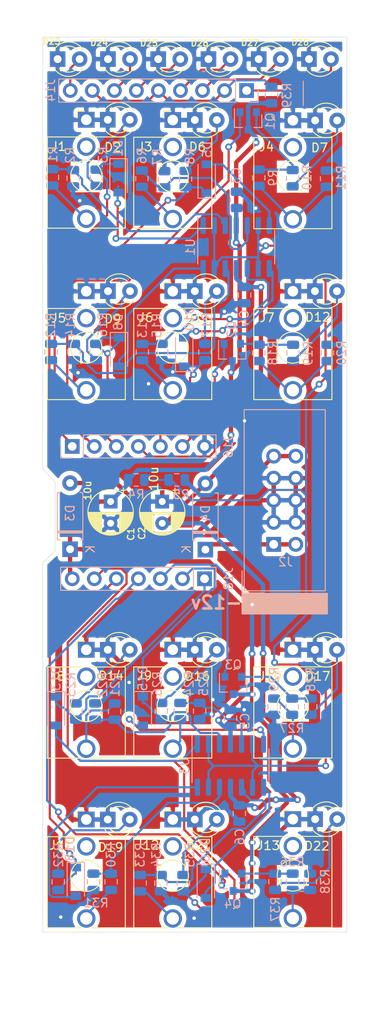
<source format=kicad_pcb>
(kicad_pcb (version 20171130) (host pcbnew "(5.1.4)-1")
  (layers (0 F.Cu signal) (31 B.Cu signal) (34 B.Paste user) (35 F.Paste user) (36 B.SilkS user) (37 F.SilkS user) (38 B.Mask user) (39 F.Mask user) (44 Edge.Cuts user))
  (net 0 "")
  (net 1 Earth)
  (net 2 +12V)
  (net 3 -12V)
  (net 4 "Net-(D1-Pad2)")
  (net 5 "Net-(D1-Pad1)")
  (net 6 "Net-(D2-Pad2)")
  (net 7 "Net-(D3-Pad2)")
  (net 8 "Net-(D4-Pad1)")
  (net 9 "Net-(J1-PadT)")
  (net 10 "Net-(R1-Pad1)")
  (net 11 V_COMPARISON)
  (net 12 "Net-(D5-Pad2)")
  (net 13 "Net-(D5-Pad1)")
  (net 14 "Net-(D6-Pad2)")
  (net 15 "Net-(D7-Pad2)")
  (net 16 "Net-(J3-PadT)")
  (net 17 "Net-(J4-PadT)")
  (net 18 "Net-(R6-Pad1)")
  (net 19 "Net-(D8-Pad2)")
  (net 20 "Net-(D8-Pad1)")
  (net 21 "Net-(D9-Pad2)")
  (net 22 "Net-(D10-Pad2)")
  (net 23 "Net-(D10-Pad1)")
  (net 24 "Net-(D11-Pad2)")
  (net 25 "Net-(D12-Pad2)")
  (net 26 "Net-(J5-PadT)")
  (net 27 "Net-(J6-PadT)")
  (net 28 "Net-(J7-PadT)")
  (net 29 "Net-(R12-Pad1)")
  (net 30 "Net-(R13-Pad1)")
  (net 31 "Net-(D13-Pad2)")
  (net 32 "Net-(D13-Pad1)")
  (net 33 "Net-(D14-Pad2)")
  (net 34 "Net-(J8-PadT)")
  (net 35 "Net-(R21-Pad1)")
  (net 36 "Net-(D15-Pad2)")
  (net 37 "Net-(D15-Pad1)")
  (net 38 "Net-(D16-Pad2)")
  (net 39 "Net-(J9-PadT)")
  (net 40 "Net-(R24-Pad1)")
  (net 41 "Net-(D17-Pad2)")
  (net 42 "Net-(J10-PadT)")
  (net 43 "Net-(D18-Pad2)")
  (net 44 "Net-(D18-Pad1)")
  (net 45 "Net-(D19-Pad2)")
  (net 46 "Net-(J11-PadT)")
  (net 47 "Net-(R30-Pad1)")
  (net 48 "Net-(D20-Pad2)")
  (net 49 "Net-(D20-Pad1)")
  (net 50 "Net-(D21-Pad2)")
  (net 51 "Net-(J12-PadT)")
  (net 52 "Net-(R33-Pad1)")
  (net 53 "Net-(D22-Pad2)")
  (net 54 "Net-(J13-PadT)")
  (net 55 "Net-(D23-Pad2)")
  (net 56 "Net-(D24-Pad2)")
  (net 57 "Net-(D25-Pad2)")
  (net 58 "Net-(D26-Pad2)")
  (net 59 "Net-(D27-Pad2)")
  (net 60 "Net-(D28-Pad2)")
  (net 61 "Net-(J14-Pad2)")
  (net 62 "Net-(J15-Pad3)")
  (net 63 "Net-(J17-Pad3)")
  (net 64 "Net-(J15-Pad4)")
  (net 65 "Net-(J17-Pad4)")
  (net 66 "Net-(Q1-Pad2)")
  (net 67 "Net-(Q2-Pad2)")
  (net 68 "Net-(Q3-Pad2)")
  (net 69 "Net-(Q4-Pad2)")
  (module Diode_SMD:D_SOD-123 (layer B.Cu) (at 167.132 135.8392 270)
    (fp_text reference D20 (at -3.8608 0.0508 90) (layer B.SilkS) (effects (justify mirror)))
    (fp_text value 1N4148W)
    (pad 2 smd rect (at 1.65 0 270) (size 0.9 1.2) (layers B.Cu B.Paste B.Mask) (net 48 "Net-(D20-Pad2)"))
    (pad 1 smd rect (at -1.65 0 270) (size 0.9 1.2) (layers B.Cu B.Paste B.Mask) (net 49 "Net-(D20-Pad1)"))
  )
  (module Diode_SMD:D_SOD-123 (layer B.Cu) (at 152.146 135.636 270)
    (fp_text reference D18 (at -3.81 0.6604 90) (layer B.SilkS) (effects (justify mirror)))
    (fp_text value 1N4148W)
    (pad 2 smd rect (at 1.65 0 270) (size 0.9 1.2) (layers B.Cu B.Paste B.Mask) (net 43 "Net-(D18-Pad2)"))
    (pad 1 smd rect (at -1.65 0 270) (size 0.9 1.2) (layers B.Cu B.Paste B.Mask) (net 44 "Net-(D18-Pad1)"))
  )
  (module Diode_SMD:D_SOD-123 (layer B.Cu) (at 159.8676 115.9764 270)
    (fp_text reference D15 (at -3.7592 0 90) (layer B.SilkS) (effects (justify mirror)))
    (fp_text value 1N4148W)
    (pad 2 smd rect (at 1.65 0 270) (size 0.9 1.2) (layers B.Cu B.Paste B.Mask) (net 36 "Net-(D15-Pad2)"))
    (pad 1 smd rect (at -1.65 0 270) (size 0.9 1.2) (layers B.Cu B.Paste B.Mask) (net 37 "Net-(D15-Pad1)"))
  )
  (module Diode_SMD:D_SOD-123 (layer B.Cu) (at 149.86 115.9764 270)
    (fp_text reference D13 (at -3.7592 0 90) (layer B.SilkS) (effects (justify mirror)))
    (fp_text value 1N4148W)
    (pad 2 smd rect (at 1.65 0 270) (size 0.9 1.2) (layers B.Cu B.Paste B.Mask) (net 31 "Net-(D13-Pad2)"))
    (pad 1 smd rect (at -1.65 0 270) (size 0.9 1.2) (layers B.Cu B.Paste B.Mask) (net 32 "Net-(D13-Pad1)"))
  )
  (module Diode_SMD:D_SOD-123 (layer B.Cu) (at 164.6428 74.6252 90)
    (fp_text reference D10 (at 3.8608 0.6096 90) (layer B.SilkS) (effects (justify mirror)))
    (fp_text value 1N4148W)
    (pad 2 smd rect (at 1.65 0 90) (size 0.9 1.2) (layers B.Cu B.Paste B.Mask) (net 22 "Net-(D10-Pad2)"))
    (pad 1 smd rect (at -1.65 0 90) (size 0.9 1.2) (layers B.Cu B.Paste B.Mask) (net 23 "Net-(D10-Pad1)"))
  )
  (module Diode_SMD:D_SOD-123 (layer B.Cu) (at 157.1244 74.6252 270)
    (fp_text reference D8 (at -3.4544 0.1016 90) (layer B.SilkS) (effects (justify mirror)))
    (fp_text value 1N4148W)
    (pad 2 smd rect (at 1.65 0 270) (size 0.9 1.2) (layers B.Cu B.Paste B.Mask) (net 19 "Net-(D8-Pad2)"))
    (pad 1 smd rect (at -1.65 0 270) (size 0.9 1.2) (layers B.Cu B.Paste B.Mask) (net 20 "Net-(D8-Pad1)"))
  )
  (module Diode_SMD:D_SOD-123 (layer B.Cu) (at 167.2336 54.6608 90)
    (fp_text reference D5 (at 3.3528 0.0508 90) (layer B.SilkS) (effects (justify mirror)))
    (fp_text value 1N4148W)
    (pad 2 smd rect (at 1.65 0 90) (size 0.9 1.2) (layers B.Cu B.Paste B.Mask) (net 12 "Net-(D5-Pad2)"))
    (pad 1 smd rect (at -1.65 0 90) (size 0.9 1.2) (layers B.Cu B.Paste B.Mask) (net 13 "Net-(D5-Pad1)"))
  )
  (module Diode_SMD:D_SOD-123 (layer B.Cu) (at 157.0736 54.61 270)
    (fp_text reference D1 (at -3.4544 0.0508 90) (layer B.SilkS) (effects (justify mirror)))
    (fp_text value 1N4148W)
    (pad 2 smd rect (at 1.65 0 270) (size 0.9 1.2) (layers B.Cu B.Paste B.Mask) (net 4 "Net-(D1-Pad2)"))
    (pad 1 smd rect (at -1.65 0 270) (size 0.9 1.2) (layers B.Cu B.Paste B.Mask) (net 5 "Net-(D1-Pad1)"))
  )
  (module Connector_PinSocket_2.54mm:PinSocket_1x07_P2.54mm_Vertical (layer B.Cu) (at 166.9796 100.7364 90)
    (fp_text reference J18 (at 0 2.77 90) (layer B.SilkS) (effects (justify mirror)))
    (fp_text value Conn_01x07)
    (pad 7 thru_hole oval (at 0 -15.24 90) (size 1.7 1.7) (drill 1) (layers *.Cu *.Mask) (net 2 +12V))
    (pad 6 thru_hole oval (at 0 -12.7 90) (size 1.7 1.7) (drill 1) (layers *.Cu *.Mask) (net 49 "Net-(D20-Pad1)"))
    (pad 5 thru_hole oval (at 0 -10.16 90) (size 1.7 1.7) (drill 1) (layers *.Cu *.Mask) (net 44 "Net-(D18-Pad1)"))
    (pad 4 thru_hole oval (at 0 -7.62 90) (size 1.7 1.7) (drill 1) (layers *.Cu *.Mask) (net 65 "Net-(J17-Pad4)"))
    (pad 3 thru_hole oval (at 0 -5.08 90) (size 1.7 1.7) (drill 1) (layers *.Cu *.Mask) (net 63 "Net-(J17-Pad3)"))
    (pad 2 thru_hole oval (at 0 -2.54 90) (size 1.7 1.7) (drill 1) (layers *.Cu *.Mask) (net 37 "Net-(D15-Pad1)"))
    (pad 1 thru_hole rect (at 0 0 90) (size 1.7 1.7) (drill 1) (layers *.Cu *.Mask) (net 32 "Net-(D13-Pad1)"))
  )
  (module Connector_PinSocket_2.54mm:PinSocket_1x07_P2.54mm_Vertical (layer B.Cu) (at 151.7396 85.4964 270)
    (fp_text reference J16 (at 0 -17.9832 90) (layer B.SilkS) (effects (justify mirror)))
    (fp_text value Conn_01x07)
    (pad 7 thru_hole oval (at 0 -15.24 270) (size 1.7 1.7) (drill 1) (layers *.Cu *.Mask) (net 1 Earth))
    (pad 6 thru_hole oval (at 0 -12.7 270) (size 1.7 1.7) (drill 1) (layers *.Cu *.Mask) (net 23 "Net-(D10-Pad1)"))
    (pad 5 thru_hole oval (at 0 -10.16 270) (size 1.7 1.7) (drill 1) (layers *.Cu *.Mask) (net 20 "Net-(D8-Pad1)"))
    (pad 4 thru_hole oval (at 0 -7.62 270) (size 1.7 1.7) (drill 1) (layers *.Cu *.Mask) (net 64 "Net-(J15-Pad4)"))
    (pad 3 thru_hole oval (at 0 -5.08 270) (size 1.7 1.7) (drill 1) (layers *.Cu *.Mask) (net 62 "Net-(J15-Pad3)"))
    (pad 2 thru_hole oval (at 0 -2.54 270) (size 1.7 1.7) (drill 1) (layers *.Cu *.Mask) (net 13 "Net-(D5-Pad1)"))
    (pad 1 thru_hole rect (at 0 0 270) (size 1.7 1.7) (drill 1) (layers *.Cu *.Mask) (net 5 "Net-(D1-Pad1)"))
  )
  (module Package_SO:SOIC-14_3.9x8.7mm_P1.27mm (layer B.Cu) (at 169.9768 122.2756 270)
    (fp_text reference U3 (at 0 5.28 90) (layer B.SilkS) (effects (justify mirror)))
    (fp_text value TL074)
    (pad 14 smd roundrect (at 2.475 3.81 270) (size 1.95 0.6) (layers B.Cu B.Paste B.Mask) (net 43 "Net-(D18-Pad2)"))
    (pad 13 smd roundrect (at 2.475 2.54 270) (size 1.95 0.6) (layers B.Cu B.Paste B.Mask) (net 11 V_COMPARISON))
    (pad 12 smd roundrect (at 2.475 1.27 270) (size 1.95 0.6) (layers B.Cu B.Paste B.Mask) (net 47 "Net-(R30-Pad1)"))
    (pad 11 smd roundrect (at 2.475 0 270) (size 1.95 0.6) (layers B.Cu B.Paste B.Mask) (net 3 -12V))
    (pad 10 smd roundrect (at 2.475 -1.27 270) (size 1.95 0.6) (layers B.Cu B.Paste B.Mask) (net 52 "Net-(R33-Pad1)"))
    (pad 9 smd roundrect (at 2.475 -2.54 270) (size 1.95 0.6) (layers B.Cu B.Paste B.Mask) (net 11 V_COMPARISON))
    (pad 8 smd roundrect (at 2.475 -3.81 270) (size 1.95 0.6) (layers B.Cu B.Paste B.Mask) (net 48 "Net-(D20-Pad2)"))
    (pad 7 smd roundrect (at -2.475 -3.81 270) (size 1.95 0.6) (layers B.Cu B.Paste B.Mask) (net 36 "Net-(D15-Pad2)"))
    (pad 6 smd roundrect (at -2.475 -2.54 270) (size 1.95 0.6) (layers B.Cu B.Paste B.Mask) (net 11 V_COMPARISON))
    (pad 5 smd roundrect (at -2.475 -1.27 270) (size 1.95 0.6) (layers B.Cu B.Paste B.Mask) (net 40 "Net-(R24-Pad1)"))
    (pad 4 smd roundrect (at -2.475 0 270) (size 1.95 0.6) (layers B.Cu B.Paste B.Mask) (net 2 +12V))
    (pad 3 smd roundrect (at -2.475 1.27 270) (size 1.95 0.6) (layers B.Cu B.Paste B.Mask) (net 35 "Net-(R21-Pad1)"))
    (pad 2 smd roundrect (at -2.475 2.54 270) (size 1.95 0.6) (layers B.Cu B.Paste B.Mask) (net 11 V_COMPARISON))
    (pad 1 smd roundrect (at -2.475 3.81 270) (size 1.95 0.6) (layers B.Cu B.Paste B.Mask) (net 31 "Net-(D13-Pad2)"))
  )
  (module Package_SO:SOIC-14_3.9x8.7mm_P1.27mm (layer B.Cu) (at 170.6372 62.5348 270)
    (fp_text reference U1 (at 0 5.28 90) (layer B.SilkS) (effects (justify mirror)))
    (fp_text value TL074)
    (pad 14 smd roundrect (at 2.475 3.81 270) (size 1.95 0.6) (layers B.Cu B.Paste B.Mask) (net 19 "Net-(D8-Pad2)"))
    (pad 13 smd roundrect (at 2.475 2.54 270) (size 1.95 0.6) (layers B.Cu B.Paste B.Mask) (net 11 V_COMPARISON))
    (pad 12 smd roundrect (at 2.475 1.27 270) (size 1.95 0.6) (layers B.Cu B.Paste B.Mask) (net 29 "Net-(R12-Pad1)"))
    (pad 11 smd roundrect (at 2.475 0 270) (size 1.95 0.6) (layers B.Cu B.Paste B.Mask) (net 3 -12V))
    (pad 10 smd roundrect (at 2.475 -1.27 270) (size 1.95 0.6) (layers B.Cu B.Paste B.Mask) (net 30 "Net-(R13-Pad1)"))
    (pad 9 smd roundrect (at 2.475 -2.54 270) (size 1.95 0.6) (layers B.Cu B.Paste B.Mask) (net 11 V_COMPARISON))
    (pad 8 smd roundrect (at 2.475 -3.81 270) (size 1.95 0.6) (layers B.Cu B.Paste B.Mask) (net 22 "Net-(D10-Pad2)"))
    (pad 7 smd roundrect (at -2.475 -3.81 270) (size 1.95 0.6) (layers B.Cu B.Paste B.Mask) (net 12 "Net-(D5-Pad2)"))
    (pad 6 smd roundrect (at -2.475 -2.54 270) (size 1.95 0.6) (layers B.Cu B.Paste B.Mask) (net 11 V_COMPARISON))
    (pad 5 smd roundrect (at -2.475 -1.27 270) (size 1.95 0.6) (layers B.Cu B.Paste B.Mask) (net 18 "Net-(R6-Pad1)"))
    (pad 4 smd roundrect (at -2.475 0 270) (size 1.95 0.6) (layers B.Cu B.Paste B.Mask) (net 2 +12V))
    (pad 3 smd roundrect (at -2.475 1.27 270) (size 1.95 0.6) (layers B.Cu B.Paste B.Mask) (net 10 "Net-(R1-Pad1)"))
    (pad 2 smd roundrect (at -2.475 2.54 270) (size 1.95 0.6) (layers B.Cu B.Paste B.Mask) (net 11 V_COMPARISON))
    (pad 1 smd roundrect (at -2.475 3.81 270) (size 1.95 0.6) (layers B.Cu B.Paste B.Mask) (net 4 "Net-(D1-Pad2)"))
  )
  (module Resistor_SMD:R_0805_2012Metric (layer B.Cu) (at 174.7012 45.0319 90)
    (fp_text reference R39 (at -0.0277 1.778 90) (layer B.SilkS) (effects (justify mirror)))
    (fp_text value 2k7)
    (pad 2 smd roundrect (at 0.9375 0 90) (size 0.975 1.4) (layers B.Cu B.Paste B.Mask) (net 61 "Net-(J14-Pad2)"))
    (pad 1 smd roundrect (at -0.9375 0 90) (size 0.975 1.4) (layers B.Cu B.Paste B.Mask) (net 2 +12V))
  )
  (module Resistor_SMD:R_0805_2012Metric (layer B.Cu) (at 179.1716 135.636 270)
    (fp_text reference R38 (at -0.0508 -1.7272 90) (layer B.SilkS) (effects (justify mirror)))
    (fp_text value 1k)
    (pad 2 smd roundrect (at 0.9375 0 270) (size 0.975 1.4) (layers B.Cu B.Paste B.Mask) (net 54 "Net-(J13-PadT)"))
    (pad 1 smd roundrect (at -0.9375 0 270) (size 0.975 1.4) (layers B.Cu B.Paste B.Mask) (net 1 Earth))
  )
  (module Resistor_SMD:R_0805_2012Metric (layer B.Cu) (at 175.1076 135.636 90)
    (fp_text reference R37 (at -3.1496 0.0508 90) (layer B.SilkS) (effects (justify mirror)))
    (fp_text value 2k7)
    (pad 2 smd roundrect (at 0.9375 0 90) (size 0.975 1.4) (layers B.Cu B.Paste B.Mask) (net 69 "Net-(Q4-Pad2)"))
    (pad 1 smd roundrect (at -0.9375 0 90) (size 0.975 1.4) (layers B.Cu B.Paste B.Mask) (net 53 "Net-(D22-Pad2)"))
  )
  (module Resistor_SMD:R_0805_2012Metric (layer B.Cu) (at 177.1396 135.636 90)
    (fp_text reference R36 (at 2.286 -0.0508 180) (layer B.SilkS) (effects (justify mirror)))
    (fp_text value 1k)
    (pad 2 smd roundrect (at 0.9375 0 90) (size 0.975 1.4) (layers B.Cu B.Paste B.Mask) (net 69 "Net-(Q4-Pad2)"))
    (pad 1 smd roundrect (at -0.9375 0 90) (size 0.975 1.4) (layers B.Cu B.Paste B.Mask) (net 54 "Net-(J13-PadT)"))
  )
  (module Resistor_SMD:R_0805_2012Metric (layer B.Cu) (at 164.5412 135.7884 90)
    (fp_text reference R35 (at 3.2512 0.762 90) (layer B.SilkS) (effects (justify mirror)))
    (fp_text value 2k7)
    (pad 2 smd roundrect (at 0.9375 0 90) (size 0.975 1.4) (layers B.Cu B.Paste B.Mask) (net 50 "Net-(D21-Pad2)"))
    (pad 1 smd roundrect (at -0.9375 0 90) (size 0.975 1.4) (layers B.Cu B.Paste B.Mask) (net 49 "Net-(D20-Pad1)"))
  )
  (module Resistor_SMD:R_0805_2012Metric (layer B.Cu) (at 161.9504 135.7884 270)
    (fp_text reference R34 (at -3.2512 0.508 90) (layer B.SilkS) (effects (justify mirror)))
    (fp_text value 100k)
    (pad 2 smd roundrect (at 0.9375 0 270) (size 0.975 1.4) (layers B.Cu B.Paste B.Mask) (net 1 Earth))
    (pad 1 smd roundrect (at -0.9375 0 270) (size 0.975 1.4) (layers B.Cu B.Paste B.Mask) (net 52 "Net-(R33-Pad1)"))
  )
  (module Resistor_SMD:R_0805_2012Metric (layer B.Cu) (at 159.5628 135.7884 270)
    (fp_text reference R33 (at -3.2512 0 90) (layer B.SilkS) (effects (justify mirror)))
    (fp_text value 1k)
    (pad 2 smd roundrect (at 0.9375 0 270) (size 0.975 1.4) (layers B.Cu B.Paste B.Mask) (net 51 "Net-(J12-PadT)"))
    (pad 1 smd roundrect (at -0.9375 0 270) (size 0.975 1.4) (layers B.Cu B.Paste B.Mask) (net 52 "Net-(R33-Pad1)"))
  )
  (module Resistor_SMD:R_0805_2012Metric (layer B.Cu) (at 150.114 135.636 90)
    (fp_text reference R32 (at 3.0988 0.0508 90) (layer B.SilkS) (effects (justify mirror)))
    (fp_text value 2k7)
    (pad 2 smd roundrect (at 0.9375 0 90) (size 0.975 1.4) (layers B.Cu B.Paste B.Mask) (net 45 "Net-(D19-Pad2)"))
    (pad 1 smd roundrect (at -0.9375 0 90) (size 0.975 1.4) (layers B.Cu B.Paste B.Mask) (net 44 "Net-(D18-Pad1)"))
  )
  (module Resistor_SMD:R_0805_2012Metric (layer B.Cu) (at 154.178 135.636 270)
    (fp_text reference R31 (at 2.4384 -0.3048 180) (layer B.SilkS) (effects (justify mirror)))
    (fp_text value 100k)
    (pad 2 smd roundrect (at 0.9375 0 270) (size 0.975 1.4) (layers B.Cu B.Paste B.Mask) (net 1 Earth))
    (pad 1 smd roundrect (at -0.9375 0 270) (size 0.975 1.4) (layers B.Cu B.Paste B.Mask) (net 47 "Net-(R30-Pad1)"))
  )
  (module Resistor_SMD:R_0805_2012Metric (layer B.Cu) (at 156.21 135.636 270)
    (fp_text reference R30 (at -3.0988 0 90) (layer B.SilkS) (effects (justify mirror)))
    (fp_text value 1k)
    (pad 2 smd roundrect (at 0.9375 0 270) (size 0.975 1.4) (layers B.Cu B.Paste B.Mask) (net 46 "Net-(J11-PadT)"))
    (pad 1 smd roundrect (at -0.9375 0 270) (size 0.975 1.4) (layers B.Cu B.Paste B.Mask) (net 47 "Net-(R30-Pad1)"))
  )
  (module Resistor_SMD:R_0805_2012Metric (layer B.Cu) (at 175.006 115.4684 90)
    (fp_text reference R29 (at 3.1496 0 90) (layer B.SilkS) (effects (justify mirror)))
    (fp_text value 1k)
    (pad 2 smd roundrect (at 0.9375 0 90) (size 0.975 1.4) (layers B.Cu B.Paste B.Mask) (net 42 "Net-(J10-PadT)"))
    (pad 1 smd roundrect (at -0.9375 0 90) (size 0.975 1.4) (layers B.Cu B.Paste B.Mask) (net 1 Earth))
  )
  (module Resistor_SMD:R_0805_2012Metric (layer B.Cu) (at 179.2224 115.4684 90)
    (fp_text reference R28 (at 3.1496 0 90) (layer B.SilkS) (effects (justify mirror)))
    (fp_text value 2k7)
    (pad 2 smd roundrect (at 0.9375 0 90) (size 0.975 1.4) (layers B.Cu B.Paste B.Mask) (net 68 "Net-(Q3-Pad2)"))
    (pad 1 smd roundrect (at -0.9375 0 90) (size 0.975 1.4) (layers B.Cu B.Paste B.Mask) (net 41 "Net-(D17-Pad2)"))
  )
  (module Resistor_SMD:R_0805_2012Metric (layer B.Cu) (at 177.0888 115.4684 90)
    (fp_text reference R27 (at -2.4892 -0.0508 180) (layer B.SilkS) (effects (justify mirror)))
    (fp_text value 1k)
    (pad 2 smd roundrect (at 0.9375 0 90) (size 0.975 1.4) (layers B.Cu B.Paste B.Mask) (net 68 "Net-(Q3-Pad2)"))
    (pad 1 smd roundrect (at -0.9375 0 90) (size 0.975 1.4) (layers B.Cu B.Paste B.Mask) (net 42 "Net-(J10-PadT)"))
  )
  (module Resistor_SMD:R_0805_2012Metric (layer B.Cu) (at 162.0012 115.9764 90)
    (fp_text reference R26 (at 3.1496 -0.4572 90) (layer B.SilkS) (effects (justify mirror)))
    (fp_text value 2k7)
    (pad 2 smd roundrect (at 0.9375 0 90) (size 0.975 1.4) (layers B.Cu B.Paste B.Mask) (net 38 "Net-(D16-Pad2)"))
    (pad 1 smd roundrect (at -0.9375 0 90) (size 0.975 1.4) (layers B.Cu B.Paste B.Mask) (net 37 "Net-(D15-Pad1)"))
  )
  (module Resistor_SMD:R_0805_2012Metric (layer B.Cu) (at 166.4208 115.9764 270)
    (fp_text reference R25 (at -3.1496 -0.4572 90) (layer B.SilkS) (effects (justify mirror)))
    (fp_text value 100k)
    (pad 2 smd roundrect (at 0.9375 0 270) (size 0.975 1.4) (layers B.Cu B.Paste B.Mask) (net 1 Earth))
    (pad 1 smd roundrect (at -0.9375 0 270) (size 0.975 1.4) (layers B.Cu B.Paste B.Mask) (net 40 "Net-(R24-Pad1)"))
  )
  (module Resistor_SMD:R_0805_2012Metric (layer B.Cu) (at 164.1856 115.9764 270)
    (fp_text reference R24 (at -3.1496 -1.016 90) (layer B.SilkS) (effects (justify mirror)))
    (fp_text value 1k)
    (pad 2 smd roundrect (at 0.9375 0 270) (size 0.975 1.4) (layers B.Cu B.Paste B.Mask) (net 39 "Net-(J9-PadT)"))
    (pad 1 smd roundrect (at -0.9375 0 270) (size 0.975 1.4) (layers B.Cu B.Paste B.Mask) (net 40 "Net-(R24-Pad1)"))
  )
  (module Resistor_SMD:R_0805_2012Metric (layer B.Cu) (at 152.146 116.0272 90)
    (fp_text reference R23 (at 3.0988 -0.5588 90) (layer B.SilkS) (effects (justify mirror)))
    (fp_text value 2k7)
    (pad 2 smd roundrect (at 0.9375 0 90) (size 0.975 1.4) (layers B.Cu B.Paste B.Mask) (net 33 "Net-(D14-Pad2)"))
    (pad 1 smd roundrect (at -0.9375 0 90) (size 0.975 1.4) (layers B.Cu B.Paste B.Mask) (net 32 "Net-(D13-Pad1)"))
  )
  (module Resistor_SMD:R_0805_2012Metric (layer B.Cu) (at 154.3812 116.0272 90)
    (fp_text reference R22 (at 3.0988 0.8636 90) (layer B.SilkS) (effects (justify mirror)))
    (fp_text value 100k)
    (pad 2 smd roundrect (at 0.9375 0 90) (size 0.975 1.4) (layers B.Cu B.Paste B.Mask) (net 1 Earth))
    (pad 1 smd roundrect (at -0.9375 0 90) (size 0.975 1.4) (layers B.Cu B.Paste B.Mask) (net 35 "Net-(R21-Pad1)"))
  )
  (module Resistor_SMD:R_0805_2012Metric (layer B.Cu) (at 156.6164 116.0272 90)
    (fp_text reference R21 (at 3.0988 0.0508 90) (layer B.SilkS) (effects (justify mirror)))
    (fp_text value 1k)
    (pad 2 smd roundrect (at 0.9375 0 90) (size 0.975 1.4) (layers B.Cu B.Paste B.Mask) (net 34 "Net-(J8-PadT)"))
    (pad 1 smd roundrect (at -0.9375 0 90) (size 0.975 1.4) (layers B.Cu B.Paste B.Mask) (net 35 "Net-(R21-Pad1)"))
  )
  (module Resistor_SMD:R_0805_2012Metric (layer B.Cu) (at 181.1528 74.7268 270)
    (fp_text reference R20 (at 0 -1.6256 90) (layer B.SilkS) (effects (justify mirror)))
    (fp_text value 1k)
    (pad 2 smd roundrect (at 0.9375 0 270) (size 0.975 1.4) (layers B.Cu B.Paste B.Mask) (net 28 "Net-(J7-PadT)"))
    (pad 1 smd roundrect (at -0.9375 0 270) (size 0.975 1.4) (layers B.Cu B.Paste B.Mask) (net 1 Earth))
  )
  (module Resistor_SMD:R_0805_2012Metric (layer B.Cu) (at 177.1904 74.7268 90)
    (fp_text reference R19 (at -0.0508 1.7272 90) (layer B.SilkS) (effects (justify mirror)))
    (fp_text value 2k7)
    (pad 2 smd roundrect (at 0.9375 0 90) (size 0.975 1.4) (layers B.Cu B.Paste B.Mask) (net 67 "Net-(Q2-Pad2)"))
    (pad 1 smd roundrect (at -0.9375 0 90) (size 0.975 1.4) (layers B.Cu B.Paste B.Mask) (net 25 "Net-(D12-Pad2)"))
  )
  (module Resistor_SMD:R_0805_2012Metric (layer B.Cu) (at 173.228 74.7268 90)
    (fp_text reference R18 (at 0 1.65 90) (layer B.SilkS) (effects (justify mirror)))
    (fp_text value 1k)
    (pad 2 smd roundrect (at 0.9375 0 90) (size 0.975 1.4) (layers B.Cu B.Paste B.Mask) (net 67 "Net-(Q2-Pad2)"))
    (pad 1 smd roundrect (at -0.9375 0 90) (size 0.975 1.4) (layers B.Cu B.Paste B.Mask) (net 28 "Net-(J7-PadT)"))
  )
  (module Resistor_SMD:R_0805_2012Metric (layer B.Cu) (at 167.0304 74.6252 90)
    (fp_text reference R17 (at 3.1496 0.2032 90) (layer B.SilkS) (effects (justify mirror)))
    (fp_text value 2k7)
    (pad 2 smd roundrect (at 0.9375 0 90) (size 0.975 1.4) (layers B.Cu B.Paste B.Mask) (net 24 "Net-(D11-Pad2)"))
    (pad 1 smd roundrect (at -0.9375 0 90) (size 0.975 1.4) (layers B.Cu B.Paste B.Mask) (net 23 "Net-(D10-Pad1)"))
  )
  (module Resistor_SMD:R_0805_2012Metric (layer B.Cu) (at 154.4828 74.6252 270)
    (fp_text reference R16 (at -3.1496 -0.762 90) (layer B.SilkS) (effects (justify mirror)))
    (fp_text value 2k7)
    (pad 2 smd roundrect (at 0.9375 0 270) (size 0.975 1.4) (layers B.Cu B.Paste B.Mask) (net 21 "Net-(D9-Pad2)"))
    (pad 1 smd roundrect (at -0.9375 0 270) (size 0.975 1.4) (layers B.Cu B.Paste B.Mask) (net 20 "Net-(D8-Pad1)"))
  )
  (module Resistor_SMD:R_0805_2012Metric (layer B.Cu) (at 162.052 74.6252 270)
    (fp_text reference R15 (at -3.048 0.5588 90) (layer B.SilkS) (effects (justify mirror)))
    (fp_text value 100k)
    (pad 2 smd roundrect (at 0.9375 0 270) (size 0.975 1.4) (layers B.Cu B.Paste B.Mask) (net 1 Earth))
    (pad 1 smd roundrect (at -0.9375 0 270) (size 0.975 1.4) (layers B.Cu B.Paste B.Mask) (net 30 "Net-(R13-Pad1)"))
  )
  (module Resistor_SMD:R_0805_2012Metric (layer B.Cu) (at 151.9428 74.6252 270)
    (fp_text reference R14 (at -3.0988 0.4064 90) (layer B.SilkS) (effects (justify mirror)))
    (fp_text value 100k)
    (pad 2 smd roundrect (at 0.9375 0 270) (size 0.975 1.4) (layers B.Cu B.Paste B.Mask) (net 1 Earth))
    (pad 1 smd roundrect (at -0.9375 0 270) (size 0.975 1.4) (layers B.Cu B.Paste B.Mask) (net 29 "Net-(R12-Pad1)"))
  )
  (module Resistor_SMD:R_0805_2012Metric (layer B.Cu) (at 159.8168 74.6252 270)
    (fp_text reference R13 (at -3.048 0 90) (layer B.SilkS) (effects (justify mirror)))
    (fp_text value 1k)
    (pad 2 smd roundrect (at 0.9375 0 270) (size 0.975 1.4) (layers B.Cu B.Paste B.Mask) (net 27 "Net-(J6-PadT)"))
    (pad 1 smd roundrect (at -0.9375 0 270) (size 0.975 1.4) (layers B.Cu B.Paste B.Mask) (net 30 "Net-(R13-Pad1)"))
  )
  (module Resistor_SMD:R_0805_2012Metric (layer B.Cu) (at 149.3012 74.6252 270)
    (fp_text reference R12 (at -3.0988 0.0508 90) (layer B.SilkS) (effects (justify mirror)))
    (fp_text value 1k)
    (pad 2 smd roundrect (at 0.9375 0 270) (size 0.975 1.4) (layers B.Cu B.Paste B.Mask) (net 26 "Net-(J5-PadT)"))
    (pad 1 smd roundrect (at -0.9375 0 270) (size 0.975 1.4) (layers B.Cu B.Paste B.Mask) (net 29 "Net-(R12-Pad1)"))
  )
  (module Resistor_SMD:R_0805_2012Metric (layer B.Cu) (at 181.0512 54.6608 270)
    (fp_text reference R11 (at -0.1016 -1.6764 90) (layer B.SilkS) (effects (justify mirror)))
    (fp_text value 1k)
    (pad 2 smd roundrect (at 0.9375 0 270) (size 0.975 1.4) (layers B.Cu B.Paste B.Mask) (net 17 "Net-(J4-PadT)"))
    (pad 1 smd roundrect (at -0.9375 0 270) (size 0.975 1.4) (layers B.Cu B.Paste B.Mask) (net 1 Earth))
  )
  (module Resistor_SMD:R_0805_2012Metric (layer B.Cu) (at 177.1396 54.61 90)
    (fp_text reference R10 (at 0.0508 1.65 90) (layer B.SilkS) (effects (justify mirror)))
    (fp_text value 2k7)
    (pad 2 smd roundrect (at 0.9375 0 90) (size 0.975 1.4) (layers B.Cu B.Paste B.Mask) (net 66 "Net-(Q1-Pad2)"))
    (pad 1 smd roundrect (at -0.9375 0 90) (size 0.975 1.4) (layers B.Cu B.Paste B.Mask) (net 15 "Net-(D7-Pad2)"))
  )
  (module Resistor_SMD:R_0805_2012Metric (layer B.Cu) (at 173.228 54.5592 90)
    (fp_text reference R9 (at 0 1.65 90) (layer B.SilkS) (effects (justify mirror)))
    (fp_text value 1k)
    (pad 2 smd roundrect (at 0.9375 0 90) (size 0.975 1.4) (layers B.Cu B.Paste B.Mask) (net 66 "Net-(Q1-Pad2)"))
    (pad 1 smd roundrect (at -0.9375 0 90) (size 0.975 1.4) (layers B.Cu B.Paste B.Mask) (net 17 "Net-(J4-PadT)"))
  )
  (module Resistor_SMD:R_0805_2012Metric (layer B.Cu) (at 164.7952 54.7116 90)
    (fp_text reference R8 (at 2.6416 0.508 90) (layer B.SilkS) (effects (justify mirror)))
    (fp_text value 2k7)
    (pad 2 smd roundrect (at 0.9375 0 90) (size 0.975 1.4) (layers B.Cu B.Paste B.Mask) (net 14 "Net-(D6-Pad2)"))
    (pad 1 smd roundrect (at -0.9375 0 90) (size 0.975 1.4) (layers B.Cu B.Paste B.Mask) (net 13 "Net-(D5-Pad1)"))
  )
  (module Resistor_SMD:R_0805_2012Metric (layer B.Cu) (at 162.3568 54.7347 90)
    (fp_text reference R7 (at 2.6139 -0.8128 90) (layer B.SilkS) (effects (justify mirror)))
    (fp_text value 100k)
    (pad 2 smd roundrect (at 0.9375 0 90) (size 0.975 1.4) (layers B.Cu B.Paste B.Mask) (net 1 Earth))
    (pad 1 smd roundrect (at -0.9375 0 90) (size 0.975 1.4) (layers B.Cu B.Paste B.Mask) (net 18 "Net-(R6-Pad1)"))
  )
  (module Resistor_SMD:R_0805_2012Metric (layer B.Cu) (at 159.766 54.6608 270)
    (fp_text reference R6 (at -2.6416 0 90) (layer B.SilkS) (effects (justify mirror)))
    (fp_text value 1k)
    (pad 2 smd roundrect (at 0.9375 0 270) (size 0.975 1.4) (layers B.Cu B.Paste B.Mask) (net 16 "Net-(J3-PadT)"))
    (pad 1 smd roundrect (at -0.9375 0 270) (size 0.975 1.4) (layers B.Cu B.Paste B.Mask) (net 18 "Net-(R6-Pad1)"))
  )
  (module Resistor_SMD:R_0805_2012Metric (layer B.Cu) (at 163.7792 89.3572)
    (fp_text reference R5 (at 0.508 1.6764 180) (layer B.SilkS) (effects (justify mirror)))
    (fp_text value 10k)
    (pad 2 smd roundrect (at 0.9375 0) (size 0.975 1.4) (layers B.Cu B.Paste B.Mask) (net 1 Earth))
    (pad 1 smd roundrect (at -0.9375 0) (size 0.975 1.4) (layers B.Cu B.Paste B.Mask) (net 11 V_COMPARISON))
  )
  (module Resistor_SMD:R_0805_2012Metric (layer B.Cu) (at 159.1056 89.3572)
    (fp_text reference R4 (at 0 1.65 180) (layer B.SilkS) (effects (justify mirror)))
    (fp_text value 100k)
    (pad 2 smd roundrect (at 0.9375 0) (size 0.975 1.4) (layers B.Cu B.Paste B.Mask) (net 11 V_COMPARISON))
    (pad 1 smd roundrect (at -0.9375 0) (size 0.975 1.4) (layers B.Cu B.Paste B.Mask) (net 2 +12V))
  )
  (module Resistor_SMD:R_0805_2012Metric (layer B.Cu) (at 154.5336 54.5592 270)
    (fp_text reference R3 (at -2.6416 -0.762 90) (layer B.SilkS) (effects (justify mirror)))
    (fp_text value 2k7)
    (pad 2 smd roundrect (at 0.9375 0 270) (size 0.975 1.4) (layers B.Cu B.Paste B.Mask) (net 6 "Net-(D2-Pad2)"))
    (pad 1 smd roundrect (at -0.9375 0 270) (size 0.975 1.4) (layers B.Cu B.Paste B.Mask) (net 5 "Net-(D1-Pad1)"))
  )
  (module Resistor_SMD:R_0805_2012Metric (layer B.Cu) (at 151.8412 54.61 270)
    (fp_text reference R2 (at -2.6416 0.3556 90) (layer B.SilkS) (effects (justify mirror)))
    (fp_text value 100k)
    (pad 2 smd roundrect (at 0.9375 0 270) (size 0.975 1.4) (layers B.Cu B.Paste B.Mask) (net 1 Earth))
    (pad 1 smd roundrect (at -0.9375 0 270) (size 0.975 1.4) (layers B.Cu B.Paste B.Mask) (net 10 "Net-(R1-Pad1)"))
  )
  (module Resistor_SMD:R_0805_2012Metric (layer B.Cu) (at 149.4536 54.5084 270)
    (fp_text reference R1 (at -2.6416 -0.0508 90) (layer B.SilkS) (effects (justify mirror)))
    (fp_text value 1k)
    (pad 2 smd roundrect (at 0.9375 0 270) (size 0.975 1.4) (layers B.Cu B.Paste B.Mask) (net 9 "Net-(J1-PadT)"))
    (pad 1 smd roundrect (at -0.9375 0 270) (size 0.975 1.4) (layers B.Cu B.Paste B.Mask) (net 10 "Net-(R1-Pad1)"))
  )
  (module Package_TO_SOT_SMD:SOT-23 (layer B.Cu) (at 170.2816 135.6868 270)
    (fp_text reference Q4 (at 2.4892 0.0508 180) (layer B.SilkS) (effects (justify mirror)))
    (fp_text value MMBT3904)
    (pad 3 smd rect (at 1 0 270) (size 0.9 0.8) (layers B.Cu B.Paste B.Mask) (net 2 +12V))
    (pad 2 smd rect (at -1 -0.95 270) (size 0.9 0.8) (layers B.Cu B.Paste B.Mask) (net 69 "Net-(Q4-Pad2)"))
    (pad 1 smd rect (at -1 0.95 270) (size 0.9 0.8) (layers B.Cu B.Paste B.Mask) (net 65 "Net-(J17-Pad4)"))
  )
  (module Package_TO_SOT_SMD:SOT-23 (layer B.Cu) (at 170.2816 113.03 270)
    (fp_text reference Q3 (at -2.3876 0 180) (layer B.SilkS) (effects (justify mirror)))
    (fp_text value MMBT3904)
    (pad 3 smd rect (at 1 0 270) (size 0.9 0.8) (layers B.Cu B.Paste B.Mask) (net 2 +12V))
    (pad 2 smd rect (at -1 -0.95 270) (size 0.9 0.8) (layers B.Cu B.Paste B.Mask) (net 68 "Net-(Q3-Pad2)"))
    (pad 1 smd rect (at -1 0.95 270) (size 0.9 0.8) (layers B.Cu B.Paste B.Mask) (net 63 "Net-(J17-Pad3)"))
  )
  (module Package_TO_SOT_SMD:SOT-23 (layer B.Cu) (at 170.18 74.676 270)
    (fp_text reference Q2 (at -2.6416 0.0508 270) (layer B.SilkS) (effects (justify mirror)))
    (fp_text value MMBT3904)
    (pad 3 smd rect (at 1 0 270) (size 0.9 0.8) (layers B.Cu B.Paste B.Mask) (net 2 +12V))
    (pad 2 smd rect (at -1 -0.95 270) (size 0.9 0.8) (layers B.Cu B.Paste B.Mask) (net 67 "Net-(Q2-Pad2)"))
    (pad 1 smd rect (at -1 0.95 270) (size 0.9 0.8) (layers B.Cu B.Paste B.Mask) (net 64 "Net-(J15-Pad4)"))
  )
  (module Package_TO_SOT_SMD:SOT-23 (layer B.Cu) (at 172.0088 48.006 270)
    (fp_text reference Q1 (at 0.0508 -2.54 90) (layer B.SilkS) (effects (justify mirror)))
    (fp_text value MMBT3904)
    (pad 3 smd rect (at 1 0 270) (size 0.9 0.8) (layers B.Cu B.Paste B.Mask) (net 2 +12V))
    (pad 2 smd rect (at -1 -0.95 270) (size 0.9 0.8) (layers B.Cu B.Paste B.Mask) (net 66 "Net-(Q1-Pad2)"))
    (pad 1 smd rect (at -1 0.95 270) (size 0.9 0.8) (layers B.Cu B.Paste B.Mask) (net 62 "Net-(J15-Pad3)"))
  )
  (module Capacitor_SMD:C_0805_2012Metric (layer B.Cu) (at 170.9928 127.762 270)
    (fp_text reference C6 (at 2.6924 -0.0508 90) (layer B.SilkS) (effects (justify mirror)))
    (fp_text value 100n)
    (pad 2 smd roundrect (at 0.9375 0 270) (size 0.975 1.4) (layers B.Cu B.Paste B.Mask) (net 1 Earth))
    (pad 1 smd roundrect (at -0.9375 0 270) (size 0.975 1.4) (layers B.Cu B.Paste B.Mask) (net 3 -12V))
  )
  (module Capacitor_SMD:C_0805_2012Metric (layer B.Cu) (at 169.9768 116.7892 270)
    (fp_text reference C5 (at 0.3556 -1.6764 90) (layer B.SilkS) (effects (justify mirror)))
    (fp_text value 100n)
    (pad 2 smd roundrect (at 0.9375 0 270) (size 0.975 1.4) (layers B.Cu B.Paste B.Mask) (net 2 +12V))
    (pad 1 smd roundrect (at -0.9375 0 270) (size 0.975 1.4) (layers B.Cu B.Paste B.Mask) (net 1 Earth))
  )
  (module Capacitor_SMD:C_0805_2012Metric (layer B.Cu) (at 171.6024 68.072 270)
    (fp_text reference C4 (at 2.6416 0.0508 90) (layer B.SilkS) (effects (justify mirror)))
    (fp_text value 100n)
    (pad 2 smd roundrect (at 0.9375 0 270) (size 0.975 1.4) (layers B.Cu B.Paste B.Mask) (net 1 Earth))
    (pad 1 smd roundrect (at -0.9375 0 270) (size 0.975 1.4) (layers B.Cu B.Paste B.Mask) (net 3 -12V))
  )
  (module Capacitor_SMD:C_0805_2012Metric (layer B.Cu) (at 170.688 57.0992 270)
    (fp_text reference C3 (at -2.794 0.0508 90) (layer B.SilkS) (effects (justify mirror)))
    (fp_text value 100n)
    (pad 2 smd roundrect (at 0.9375 0 270) (size 0.975 1.4) (layers B.Cu B.Paste B.Mask) (net 2 +12V))
    (pad 1 smd roundrect (at -0.9375 0 270) (size 0.975 1.4) (layers B.Cu B.Paste B.Mask) (net 1 Earth))
  )
  (module LED_THT:LED_D3.0mm (layer F.Cu) (at 150.0505 40.894)
    (fp_text reference D23 (at -0.6985 -2.032) (layer F.SilkS) (effects (font (size 0.7 0.7))))
    (fp_text value LED)
    (pad 2 thru_hole circle (at 2.54 0) (size 1.8 1.8) (drill 0.9) (layers *.Cu *.Mask) (net 55 "Net-(D23-Pad2)"))
    (pad 1 thru_hole rect (at 0 0) (size 1.8 1.8) (drill 0.9) (layers *.Cu *.Mask) (net 1 Earth))
  )
  (module Connector_PinHeader_2.54mm:PinHeader_1x09_P2.54mm_Vertical (layer B.Cu) (at 171.831 44.5135 90)
    (fp_text reference J14 (at 0.0127 -22.5806 90) (layer B.SilkS) (effects (justify mirror)))
    (fp_text value Conn_01x09)
    (pad 9 thru_hole oval (at 0 -20.32 90) (size 1.7 1.7) (drill 1) (layers *.Cu *.Mask) (net 55 "Net-(D23-Pad2)"))
    (pad 8 thru_hole oval (at 0 -17.78 90) (size 1.7 1.7) (drill 1) (layers *.Cu *.Mask) (net 61 "Net-(J14-Pad2)"))
    (pad 7 thru_hole oval (at 0 -15.24 90) (size 1.7 1.7) (drill 1) (layers *.Cu *.Mask) (net 56 "Net-(D24-Pad2)"))
    (pad 6 thru_hole oval (at 0 -12.7 90) (size 1.7 1.7) (drill 1) (layers *.Cu *.Mask) (net 57 "Net-(D25-Pad2)"))
    (pad 5 thru_hole oval (at 0 -10.16 90) (size 1.7 1.7) (drill 1) (layers *.Cu *.Mask) (net 61 "Net-(J14-Pad2)"))
    (pad 4 thru_hole oval (at 0 -7.62 90) (size 1.7 1.7) (drill 1) (layers *.Cu *.Mask) (net 58 "Net-(D26-Pad2)"))
    (pad 3 thru_hole oval (at 0 -5.08 90) (size 1.7 1.7) (drill 1) (layers *.Cu *.Mask) (net 59 "Net-(D27-Pad2)"))
    (pad 2 thru_hole oval (at 0 -2.54 90) (size 1.7 1.7) (drill 1) (layers *.Cu *.Mask) (net 61 "Net-(J14-Pad2)"))
    (pad 1 thru_hole rect (at 0 0 90) (size 1.7 1.7) (drill 1) (layers *.Cu *.Mask) (net 60 "Net-(D28-Pad2)"))
  )
  (module LED_THT:LED_D3.0mm (layer F.Cu) (at 179.0192 40.894)
    (fp_text reference D28 (at -1.016 -1.9304) (layer F.SilkS) (effects (font (size 0.7 0.7) (thickness 0.125))))
    (fp_text value LED)
    (pad 2 thru_hole circle (at 2.54 0) (size 1.8 1.8) (drill 0.9) (layers *.Cu *.Mask) (net 60 "Net-(D28-Pad2)"))
    (pad 1 thru_hole rect (at 0 0) (size 1.8 1.8) (drill 0.9) (layers *.Cu *.Mask) (net 1 Earth))
  )
  (module LED_THT:LED_D3.0mm (layer F.Cu) (at 173.228 40.894)
    (fp_text reference D27 (at -1.016 -1.8796) (layer F.SilkS) (effects (font (size 0.7 0.7))))
    (fp_text value LED)
    (pad 2 thru_hole circle (at 2.54 0) (size 1.8 1.8) (drill 0.9) (layers *.Cu *.Mask) (net 59 "Net-(D27-Pad2)"))
    (pad 1 thru_hole rect (at 0 0) (size 1.8 1.8) (drill 0.9) (layers *.Cu *.Mask) (net 1 Earth))
  )
  (module LED_THT:LED_D3.0mm (layer F.Cu) (at 167.4368 40.894)
    (fp_text reference D26 (at -1.016 -1.8288) (layer F.SilkS) (effects (font (size 0.7 0.7))))
    (fp_text value LED)
    (pad 2 thru_hole circle (at 2.54 0) (size 1.8 1.8) (drill 0.9) (layers *.Cu *.Mask) (net 58 "Net-(D26-Pad2)"))
    (pad 1 thru_hole rect (at 0 0) (size 1.8 1.8) (drill 0.9) (layers *.Cu *.Mask) (net 1 Earth))
  )
  (module LED_THT:LED_D3.0mm (layer F.Cu) (at 161.6456 40.894)
    (fp_text reference D25 (at -1.0668 -1.8288) (layer F.SilkS) (effects (font (size 0.7 0.7))))
    (fp_text value LED)
    (pad 2 thru_hole circle (at 2.54 0) (size 1.8 1.8) (drill 0.9) (layers *.Cu *.Mask) (net 57 "Net-(D25-Pad2)"))
    (pad 1 thru_hole rect (at 0 0) (size 1.8 1.8) (drill 0.9) (layers *.Cu *.Mask) (net 1 Earth))
  )
  (module LED_THT:LED_D3.0mm (layer F.Cu) (at 155.8544 40.894)
    (fp_text reference D24 (at -1.016 -1.8796) (layer F.SilkS) (effects (font (size 0.7 0.7))))
    (fp_text value LED)
    (pad 2 thru_hole circle (at 2.54 0) (size 1.8 1.8) (drill 0.9) (layers *.Cu *.Mask) (net 56 "Net-(D24-Pad2)"))
    (pad 1 thru_hole rect (at 0 0) (size 1.8 1.8) (drill 0.9) (layers *.Cu *.Mask) (net 1 Earth))
  )
  (module Connector_Audio:Jack_3.5mm_QingPu_WQP-PJ398SM_Vertical_CircularHoles (layer F.Cu) (at 177.165 128.4224)
    (fp_text reference J13 (at -2.8194 3.048 180) (layer F.SilkS))
    (fp_text value AudioJack2)
    (pad T thru_hole circle (at 0 11.4 180) (size 2.13 2.13) (drill 1.43) (layers *.Cu *.Mask) (net 54 "Net-(J13-PadT)"))
    (pad S thru_hole rect (at 0 0 180) (size 1.93 1.83) (drill 1.22) (layers *.Cu *.Mask) (net 1 Earth))
    (pad TN thru_hole circle (at 0 3.1 180) (size 2.13 2.13) (drill 1.42) (layers *.Cu *.Mask))
  )
  (module LED_THT:LED_D3.0mm (layer F.Cu) (at 179.7304 128.4224)
    (fp_text reference D22 (at 0.2032 3.0988) (layer F.SilkS))
    (fp_text value LED)
    (pad 2 thru_hole circle (at 2.54 0) (size 1.8 1.8) (drill 0.9) (layers *.Cu *.Mask) (net 53 "Net-(D22-Pad2)"))
    (pad 1 thru_hole rect (at 0 0) (size 1.8 1.8) (drill 0.9) (layers *.Cu *.Mask) (net 1 Earth))
  )
  (module Connector_Audio:Jack_3.5mm_QingPu_WQP-PJ398SM_Vertical_CircularHoles (layer F.Cu) (at 163.322 128.4605)
    (fp_text reference J12 (at -2.8956 2.9591 180) (layer F.SilkS))
    (fp_text value AudioJack2)
    (pad T thru_hole circle (at 0 11.4 180) (size 2.13 2.13) (drill 1.43) (layers *.Cu *.Mask) (net 51 "Net-(J12-PadT)"))
    (pad S thru_hole rect (at 0 0 180) (size 1.93 1.83) (drill 1.22) (layers *.Cu *.Mask) (net 1 Earth))
    (pad TN thru_hole circle (at 0 3.1 180) (size 2.13 2.13) (drill 1.42) (layers *.Cu *.Mask))
  )
  (module LED_THT:LED_D3.0mm (layer F.Cu) (at 165.862 128.4605)
    (fp_text reference D21 (at 0.4064 3.0099) (layer F.SilkS))
    (fp_text value LED)
    (pad 2 thru_hole circle (at 2.54 0) (size 1.8 1.8) (drill 0.9) (layers *.Cu *.Mask) (net 50 "Net-(D21-Pad2)"))
    (pad 1 thru_hole rect (at 0 0) (size 1.8 1.8) (drill 0.9) (layers *.Cu *.Mask) (net 1 Earth))
  )
  (module Connector_Audio:Jack_3.5mm_QingPu_WQP-PJ398SM_Vertical_CircularHoles (layer F.Cu) (at 153.3525 128.4605)
    (fp_text reference J11 (at -2.9337 2.9591 180) (layer F.SilkS))
    (fp_text value AudioJack2)
    (pad T thru_hole circle (at 0 11.4 180) (size 2.13 2.13) (drill 1.43) (layers *.Cu *.Mask) (net 46 "Net-(J11-PadT)"))
    (pad S thru_hole rect (at 0 0 180) (size 1.93 1.83) (drill 1.22) (layers *.Cu *.Mask) (net 1 Earth))
    (pad TN thru_hole circle (at 0 3.1 180) (size 2.13 2.13) (drill 1.42) (layers *.Cu *.Mask))
  )
  (module LED_THT:LED_D3.0mm (layer F.Cu) (at 155.829 128.4605)
    (fp_text reference D19 (at 0.3302 3.2131) (layer F.SilkS))
    (fp_text value LED)
    (pad 2 thru_hole circle (at 2.54 0) (size 1.8 1.8) (drill 0.9) (layers *.Cu *.Mask) (net 45 "Net-(D19-Pad2)"))
    (pad 1 thru_hole rect (at 0 0) (size 1.8 1.8) (drill 0.9) (layers *.Cu *.Mask) (net 1 Earth))
  )
  (module Connector_Audio:Jack_3.5mm_QingPu_WQP-PJ398SM_Vertical_CircularHoles (layer F.Cu) (at 177.165 108.9025)
    (fp_text reference J10 (at -2.6162 3.0607 180) (layer F.SilkS))
    (fp_text value AudioJack2)
    (pad T thru_hole circle (at 0 11.4 180) (size 2.13 2.13) (drill 1.43) (layers *.Cu *.Mask) (net 42 "Net-(J10-PadT)"))
    (pad S thru_hole rect (at 0 0 180) (size 1.93 1.83) (drill 1.22) (layers *.Cu *.Mask) (net 1 Earth))
    (pad TN thru_hole circle (at 0 3.1 180) (size 2.13 2.13) (drill 1.42) (layers *.Cu *.Mask))
  )
  (module LED_THT:LED_D3.0mm (layer F.Cu) (at 179.705 108.9152)
    (fp_text reference D17 (at 0.3302 3.048) (layer F.SilkS))
    (fp_text value LED)
    (pad 2 thru_hole circle (at 2.54 0) (size 1.8 1.8) (drill 0.9) (layers *.Cu *.Mask) (net 41 "Net-(D17-Pad2)"))
    (pad 1 thru_hole rect (at 0 0) (size 1.8 1.8) (drill 0.9) (layers *.Cu *.Mask) (net 1 Earth))
  )
  (module Connector_Audio:Jack_3.5mm_QingPu_WQP-PJ398SM_Vertical_CircularHoles (layer F.Cu) (at 163.322 108.9025)
    (fp_text reference J9 (at -3.2512 3.0099 180) (layer F.SilkS))
    (fp_text value AudioJack2)
    (pad T thru_hole circle (at 0 11.4 180) (size 2.13 2.13) (drill 1.43) (layers *.Cu *.Mask) (net 39 "Net-(J9-PadT)"))
    (pad S thru_hole rect (at 0 0 180) (size 1.93 1.83) (drill 1.22) (layers *.Cu *.Mask) (net 1 Earth))
    (pad TN thru_hole circle (at 0 3.1 180) (size 2.13 2.13) (drill 1.42) (layers *.Cu *.Mask))
  )
  (module LED_THT:LED_D3.0mm (layer F.Cu) (at 165.862 108.9152)
    (fp_text reference D16 (at 0.3048 3.048) (layer F.SilkS))
    (fp_text value LED)
    (pad 2 thru_hole circle (at 2.54 0) (size 1.8 1.8) (drill 0.9) (layers *.Cu *.Mask) (net 38 "Net-(D16-Pad2)"))
    (pad 1 thru_hole rect (at 0 0) (size 1.8 1.8) (drill 0.9) (layers *.Cu *.Mask) (net 1 Earth))
  )
  (module Connector_Audio:Jack_3.5mm_QingPu_WQP-PJ398SM_Vertical_CircularHoles (layer F.Cu) (at 153.3525 108.914)
    (fp_text reference J8 (at -3.3401 3.0492 180) (layer F.SilkS))
    (fp_text value AudioJack2)
    (pad T thru_hole circle (at 0 11.4 180) (size 2.13 2.13) (drill 1.43) (layers *.Cu *.Mask) (net 34 "Net-(J8-PadT)"))
    (pad S thru_hole rect (at 0 0 180) (size 1.93 1.83) (drill 1.22) (layers *.Cu *.Mask) (net 1 Earth))
    (pad TN thru_hole circle (at 0 3.1 180) (size 2.13 2.13) (drill 1.42) (layers *.Cu *.Mask))
  )
  (module LED_THT:LED_D3.0mm (layer F.Cu) (at 155.829 108.9152)
    (fp_text reference D14 (at 0.381 2.9972) (layer F.SilkS))
    (fp_text value LED)
    (pad 2 thru_hole circle (at 2.54 0) (size 1.8 1.8) (drill 0.9) (layers *.Cu *.Mask) (net 33 "Net-(D14-Pad2)"))
    (pad 1 thru_hole rect (at 0 0) (size 1.8 1.8) (drill 0.9) (layers *.Cu *.Mask) (net 1 Earth))
  )
  (module Connector_Audio:Jack_3.5mm_QingPu_WQP-PJ398SM_Vertical_CircularHoles (layer F.Cu) (at 177.165 67.6275)
    (fp_text reference J7 (at -2.9718 3.0353 180) (layer F.SilkS))
    (fp_text value AudioJack2)
    (pad T thru_hole circle (at 0 11.4 180) (size 2.13 2.13) (drill 1.43) (layers *.Cu *.Mask) (net 28 "Net-(J7-PadT)"))
    (pad S thru_hole rect (at 0 0 180) (size 1.93 1.83) (drill 1.22) (layers *.Cu *.Mask) (net 1 Earth))
    (pad TN thru_hole circle (at 0 3.1 180) (size 2.13 2.13) (drill 1.42) (layers *.Cu *.Mask))
  )
  (module Connector_Audio:Jack_3.5mm_QingPu_WQP-PJ398SM_Vertical_CircularHoles (layer F.Cu) (at 163.322 67.6275)
    (fp_text reference J6 (at -3.0988 3.0353 180) (layer F.SilkS))
    (fp_text value AudioJack2)
    (pad T thru_hole circle (at 0 11.4 180) (size 2.13 2.13) (drill 1.43) (layers *.Cu *.Mask) (net 27 "Net-(J6-PadT)"))
    (pad S thru_hole rect (at 0 0 180) (size 1.93 1.83) (drill 1.22) (layers *.Cu *.Mask) (net 1 Earth))
    (pad TN thru_hole circle (at 0 3.1 180) (size 2.13 2.13) (drill 1.42) (layers *.Cu *.Mask))
  )
  (module Connector_Audio:Jack_3.5mm_QingPu_WQP-PJ398SM_Vertical_CircularHoles (layer F.Cu) (at 153.3525 67.6275)
    (fp_text reference J5 (at -3.1877 3.0861 180) (layer F.SilkS))
    (fp_text value AudioJack2)
    (pad T thru_hole circle (at 0 11.4 180) (size 2.13 2.13) (drill 1.43) (layers *.Cu *.Mask) (net 26 "Net-(J5-PadT)"))
    (pad S thru_hole rect (at 0 0 180) (size 1.93 1.83) (drill 1.22) (layers *.Cu *.Mask) (net 1 Earth))
    (pad TN thru_hole circle (at 0 3.1 180) (size 2.13 2.13) (drill 1.42) (layers *.Cu *.Mask))
  )
  (module LED_THT:LED_D3.0mm (layer F.Cu) (at 179.705 67.6148)
    (fp_text reference D12 (at 0.3302 2.9972) (layer F.SilkS))
    (fp_text value LED)
    (pad 2 thru_hole circle (at 2.54 0) (size 1.8 1.8) (drill 0.9) (layers *.Cu *.Mask) (net 25 "Net-(D12-Pad2)"))
    (pad 1 thru_hole rect (at 0 0) (size 1.8 1.8) (drill 0.9) (layers *.Cu *.Mask) (net 1 Earth))
  )
  (module LED_THT:LED_D3.0mm (layer F.Cu) (at 165.862 67.6148)
    (fp_text reference D11 (at 0.3556 3.1496) (layer F.SilkS))
    (fp_text value LED)
    (pad 2 thru_hole circle (at 2.54 0) (size 1.8 1.8) (drill 0.9) (layers *.Cu *.Mask) (net 24 "Net-(D11-Pad2)"))
    (pad 1 thru_hole rect (at 0 0) (size 1.8 1.8) (drill 0.9) (layers *.Cu *.Mask) (net 1 Earth))
  )
  (module LED_THT:LED_D3.0mm (layer F.Cu) (at 155.8544 67.6148)
    (fp_text reference D9 (at 0.5588 3.2004) (layer F.SilkS))
    (fp_text value LED)
    (pad 2 thru_hole circle (at 2.54 0) (size 1.8 1.8) (drill 0.9) (layers *.Cu *.Mask) (net 21 "Net-(D9-Pad2)"))
    (pad 1 thru_hole rect (at 0 0) (size 1.8 1.8) (drill 0.9) (layers *.Cu *.Mask) (net 1 Earth))
  )
  (module Connector_Audio:Jack_3.5mm_QingPu_WQP-PJ398SM_Vertical_CircularHoles (layer F.Cu) (at 177.165 47.9425)
    (fp_text reference J4 (at -3.0226 3.0607 180) (layer F.SilkS))
    (fp_text value AudioJack2)
    (pad T thru_hole circle (at 0 11.4 180) (size 2.13 2.13) (drill 1.43) (layers *.Cu *.Mask) (net 17 "Net-(J4-PadT)"))
    (pad S thru_hole rect (at 0 0 180) (size 1.93 1.83) (drill 1.22) (layers *.Cu *.Mask) (net 1 Earth))
    (pad TN thru_hole circle (at 0 3.1 180) (size 2.13 2.13) (drill 1.42) (layers *.Cu *.Mask))
  )
  (module Connector_Audio:Jack_3.5mm_QingPu_WQP-PJ398SM_Vertical_CircularHoles (layer F.Cu) (at 163.322 47.909)
    (fp_text reference J3 (at -3.2004 3.0942 180) (layer F.SilkS))
    (fp_text value AudioJack2)
    (pad T thru_hole circle (at 0 11.4 180) (size 2.13 2.13) (drill 1.43) (layers *.Cu *.Mask) (net 16 "Net-(J3-PadT)"))
    (pad S thru_hole rect (at 0 0 180) (size 1.93 1.83) (drill 1.22) (layers *.Cu *.Mask) (net 1 Earth))
    (pad TN thru_hole circle (at 0 3.1 180) (size 2.13 2.13) (drill 1.42) (layers *.Cu *.Mask))
  )
  (module LED_THT:LED_D3.0mm (layer F.Cu) (at 179.7304 47.9552)
    (fp_text reference D7 (at 0.508 3.1496) (layer F.SilkS))
    (fp_text value LED)
    (pad 2 thru_hole circle (at 2.54 0) (size 1.8 1.8) (drill 0.9) (layers *.Cu *.Mask) (net 15 "Net-(D7-Pad2)"))
    (pad 1 thru_hole rect (at 0 0) (size 1.8 1.8) (drill 0.9) (layers *.Cu *.Mask) (net 1 Earth))
  )
  (module LED_THT:LED_D3.0mm (layer F.Cu) (at 165.862 47.9044)
    (fp_text reference D6 (at 0.3048 3.0988) (layer F.SilkS))
    (fp_text value LED)
    (pad 2 thru_hole circle (at 2.54 0) (size 1.8 1.8) (drill 0.9) (layers *.Cu *.Mask) (net 14 "Net-(D6-Pad2)"))
    (pad 1 thru_hole rect (at 0 0) (size 1.8 1.8) (drill 0.9) (layers *.Cu *.Mask) (net 1 Earth))
  )
  (module Connector_IDC:IDC-Header_2x05_P2.54mm_Vertical (layer B.Cu) (at 174.9552 96.774)
    (fp_text reference J2 (at 1.3716 2.0193) (layer B.SilkS) (effects (justify mirror)))
    (fp_text value Conn_02x05_Odd_Even)
    (pad 10 thru_hole oval (at 2.54 -10.16) (size 1.7272 1.7272) (drill 1.016) (layers *.Cu *.Mask) (net 7 "Net-(D3-Pad2)"))
    (pad 9 thru_hole oval (at 0 -10.16) (size 1.7272 1.7272) (drill 1.016) (layers *.Cu *.Mask) (net 7 "Net-(D3-Pad2)"))
    (pad 8 thru_hole oval (at 2.54 -7.62) (size 1.7272 1.7272) (drill 1.016) (layers *.Cu *.Mask) (net 1 Earth))
    (pad 7 thru_hole oval (at 0 -7.62) (size 1.7272 1.7272) (drill 1.016) (layers *.Cu *.Mask) (net 1 Earth))
    (pad 6 thru_hole oval (at 2.54 -5.08) (size 1.7272 1.7272) (drill 1.016) (layers *.Cu *.Mask) (net 1 Earth))
    (pad 5 thru_hole oval (at 0 -5.08) (size 1.7272 1.7272) (drill 1.016) (layers *.Cu *.Mask) (net 1 Earth))
    (pad 4 thru_hole oval (at 2.54 -2.54) (size 1.7272 1.7272) (drill 1.016) (layers *.Cu *.Mask) (net 1 Earth))
    (pad 3 thru_hole oval (at 0 -2.54) (size 1.7272 1.7272) (drill 1.016) (layers *.Cu *.Mask) (net 1 Earth))
    (pad 2 thru_hole oval (at 2.54 0) (size 1.7272 1.7272) (drill 1.016) (layers *.Cu *.Mask) (net 8 "Net-(D4-Pad1)"))
    (pad 1 thru_hole rect (at 0 0) (size 1.7272 1.7272) (drill 1.016) (layers *.Cu *.Mask) (net 8 "Net-(D4-Pad1)"))
  )
  (module Connector_Audio:Jack_3.5mm_QingPu_WQP-PJ398SM_Vertical_CircularHoles (layer F.Cu) (at 153.3525 47.879)
    (fp_text reference J1 (at -3.1877 3.0734 180) (layer F.SilkS))
    (fp_text value AudioJack2)
    (pad T thru_hole circle (at 0 11.4 180) (size 2.13 2.13) (drill 1.43) (layers *.Cu *.Mask) (net 9 "Net-(J1-PadT)"))
    (pad S thru_hole rect (at 0 0 180) (size 1.93 1.83) (drill 1.22) (layers *.Cu *.Mask) (net 1 Earth))
    (pad TN thru_hole circle (at 0 3.1 180) (size 2.13 2.13) (drill 1.42) (layers *.Cu *.Mask))
  )
  (module Diode_THT:D_A-405_P7.62mm_Horizontal (layer B.Cu) (at 167.0812 97.3836 90)
    (fp_text reference D4 (at 4.1656 0 90) (layer B.SilkS) (effects (justify mirror)))
    (fp_text value D_Schottky)
    (fp_text user K (at 0.0508 -2.1844 90) (layer B.SilkS) (effects (justify mirror)))
    (pad 2 thru_hole oval (at 7.62 0 90) (size 1.8 1.8) (drill 0.9) (layers *.Cu *.Mask) (net 3 -12V))
    (pad 1 thru_hole rect (at 0 0 90) (size 1.8 1.8) (drill 0.9) (layers *.Cu *.Mask) (net 8 "Net-(D4-Pad1)"))
  )
  (module Diode_THT:D_A-405_P7.62mm_Horizontal (layer B.Cu) (at 151.4856 97.3328 90)
    (fp_text reference D3 (at 4.1656 0 90) (layer B.SilkS) (effects (justify mirror)))
    (fp_text value D_Schottky)
    (fp_text user K (at 0 2.3368 90) (layer B.SilkS) (effects (justify mirror)))
    (pad 2 thru_hole oval (at 7.62 0 90) (size 1.8 1.8) (drill 0.9) (layers *.Cu *.Mask) (net 7 "Net-(D3-Pad2)"))
    (pad 1 thru_hole rect (at 0 0 90) (size 1.8 1.8) (drill 0.9) (layers *.Cu *.Mask) (net 2 +12V))
  )
  (module LED_THT:LED_D3.0mm (layer F.Cu) (at 155.829 47.879)
    (fp_text reference D2 (at 0.5842 3.175) (layer F.SilkS))
    (fp_text value LED)
    (pad 2 thru_hole circle (at 2.54 0) (size 1.8 1.8) (drill 0.9) (layers *.Cu *.Mask) (net 6 "Net-(D2-Pad2)"))
    (pad 1 thru_hole rect (at 0 0) (size 1.8 1.8) (drill 0.9) (layers *.Cu *.Mask) (net 1 Earth))
  )
  (module Capacitor_THT:CP_Radial_D5.0mm_P2.50mm (layer F.Cu) (at 162.1028 91.8464 270)
    (fp_text reference C2 (at 3.6576 2.3368 90) (layer F.SilkS) (effects (font (size 0.75 0.75))))
    (fp_text value 10u (at -2.6416 0.9652 90) (layer F.SilkS))
    (pad 2 thru_hole circle (at 2.5 0 270) (size 1.6 1.6) (drill 0.8) (layers *.Cu *.Mask) (net 3 -12V))
    (pad 1 thru_hole rect (at 0 0 270) (size 1.6 1.6) (drill 0.8) (layers *.Cu *.Mask) (net 1 Earth))
  )
  (module Capacitor_THT:CP_Radial_D5.0mm_P2.50mm (layer F.Cu) (at 156.1592 91.8464 270)
    (fp_text reference C1 (at 3.7592 -2.3368 90) (layer F.SilkS) (effects (font (size 0.75 0.75))))
    (fp_text value 10u (at -1.27 2.6416 90) (layer F.SilkS) (effects (font (size 0.8 0.8))))
    (pad 2 thru_hole circle (at 2.5 0 270) (size 1.6 1.6) (drill 0.8) (layers *.Cu *.Mask) (net 1 Earth))
    (pad 1 thru_hole rect (at 0 0 270) (size 1.6 1.6) (drill 0.8) (layers *.Cu *.Mask) (net 2 +12V))
  )
  (gr_text -12v (at 168.3512 103.4796) (layer B.SilkS) (effects (font (size 1.5 1.5) (thickness 0.3)) (justify mirror)))
  (gr_line (start 148.336 141.4272) (end 148.336 98.8568) (layer Edge.Cuts) (width 0.05))
  (gr_line (start 149.7584 97.536) (end 149.7584 89.6112) (layer Edge.Cuts) (width 0.05))
  (gr_line (start 148.336 98.8568) (end 149.7584 97.536) (layer Edge.Cuts) (width 0.05))
  (gr_line (start 148.336 88.0872) (end 149.7584 89.6112) (layer Edge.Cuts) (width 0.05))
  (gr_line (start 178.3588 43.434) (end 178.3588 46.228) (layer B.SilkS) (width 0.12))
  (gr_poly (pts (xy 171.2976 102.4128) (xy 171.2976 104.8004) (xy 181.1528 104.8004) (xy 181.1528 102.4128)) (layer B.SilkS) (width 0.1))
  (gr_line (start 148.336 141.4272) (end 183.388 141.4272) (layer Edge.Cuts) (width 0.05))
  (gr_line (start 183.388 141.4272) (end 183.388 38.354) (layer Edge.Cuts) (width 0.05))
  (gr_line (start 148.336 38.354) (end 148.336 88.0872) (layer Edge.Cuts) (width 0.05))
  (gr_line (start 183.388 38.354) (end 148.336 38.354) (layer Edge.Cuts) (width 0.05))
  (via (at 171.5516 115.824) (size 0.8) (drill 0.4) (layers F.Cu B.Cu) (net 1))
  (segment (start 151.0515 139.7) (end 150.4188 139.7) (width 0.5) (layer B.Cu) (net 1))
  (segment (start 150.4188 139.7) (end 150.4188 139.7) (width 0.5) (layer B.Cu) (net 1))
  (via (at 150.4188 139.7) (size 0.8) (drill 0.4) (layers F.Cu B.Cu) (net 1))
  (segment (start 165.7858 139.827) (end 165.8112 139.8524) (width 0.5) (layer B.Cu) (net 1))
  (segment (start 163.62221 137.66341) (end 165.7858 139.827) (width 0.5) (layer B.Cu) (net 1))
  (segment (start 162.88791 137.66341) (end 163.62221 137.66341) (width 0.5) (layer B.Cu) (net 1))
  (segment (start 161.9504 136.7259) (end 162.88791 137.66341) (width 0.5) (layer B.Cu) (net 1))
  (via (at 165.7858 139.827) (size 0.8) (drill 0.4) (layers F.Cu B.Cu) (net 1))
  (segment (start 170.436563 128.143263) (end 170.9928 128.6995) (width 0.5) (layer B.Cu) (net 1))
  (segment (start 169.403799 127.110499) (end 170.436563 128.143263) (width 0.5) (layer B.Cu) (net 1))
  (segment (start 167.212001 127.110499) (end 169.403799 127.110499) (width 0.5) (layer B.Cu) (net 1))
  (segment (start 165.862 128.4605) (end 167.212001 127.110499) (width 0.5) (layer B.Cu) (net 1))
  (via (at 167.9448 114.6556) (size 0.8) (drill 0.4) (layers F.Cu B.Cu) (net 1))
  (segment (start 168.584663 115.295463) (end 168.344799 115.055599) (width 0.5) (layer B.Cu) (net 1))
  (via (at 167.78162 116.330927) (size 0.8) (drill 0.4) (layers F.Cu B.Cu) (net 1))
  (segment (start 166.4208 116.9139) (end 167.003773 116.330927) (width 0.5) (layer B.Cu) (net 1))
  (segment (start 167.003773 116.330927) (end 167.215935 116.330927) (width 0.5) (layer B.Cu) (net 1))
  (segment (start 167.215935 116.330927) (end 167.78162 116.330927) (width 0.5) (layer B.Cu) (net 1))
  (segment (start 169.9768 115.8517) (end 169.420563 115.295463) (width 0.5) (layer B.Cu) (net 1))
  (segment (start 167.9448 116.167747) (end 167.78162 116.330927) (width 0.5) (layer F.Cu) (net 1))
  (segment (start 168.344799 115.055599) (end 167.9448 114.6556) (width 0.5) (layer B.Cu) (net 1))
  (segment (start 169.420563 115.295463) (end 168.584663 115.295463) (width 0.5) (layer B.Cu) (net 1))
  (segment (start 167.9448 114.6556) (end 167.9448 116.167747) (width 0.5) (layer F.Cu) (net 1))
  (segment (start 168.2093 132.2078) (end 165.862 129.8605) (width 0.5) (layer F.Cu) (net 1))
  (segment (start 165.862 129.8605) (end 165.862 128.4605) (width 0.5) (layer F.Cu) (net 1))
  (segment (start 173.3296 132.2078) (end 168.2093 132.2078) (width 0.5) (layer F.Cu) (net 1))
  (segment (start 177.115 128.4224) (end 173.3296 132.2078) (width 0.5) (layer F.Cu) (net 1))
  (segment (start 177.165 128.4224) (end 177.115 128.4224) (width 0.5) (layer F.Cu) (net 1))
  (segment (start 154.935274 115.0897) (end 157.350574 112.6744) (width 0.5) (layer B.Cu) (net 1))
  (segment (start 154.3812 115.0897) (end 154.935274 115.0897) (width 0.5) (layer B.Cu) (net 1))
  (segment (start 157.350574 112.6744) (end 158.2928 112.6744) (width 0.5) (layer B.Cu) (net 1))
  (segment (start 158.2928 112.6744) (end 158.2928 112.6744) (width 0.5) (layer B.Cu) (net 1))
  (via (at 158.2928 112.6744) (size 0.8) (drill 0.4) (layers F.Cu B.Cu) (net 1))
  (segment (start 158.2928 111.379) (end 155.829 108.9152) (width 0.5) (layer F.Cu) (net 1))
  (segment (start 158.2928 112.6744) (end 158.2928 111.379) (width 0.5) (layer F.Cu) (net 1))
  (via (at 152.6032 57.2008) (size 0.8) (drill 0.4) (layers F.Cu B.Cu) (net 1))
  (via (at 161.29 51.7144) (size 0.8) (drill 0.4) (layers F.Cu B.Cu) (net 1))
  (via (at 172.8724 58.0644) (size 0.8) (drill 0.4) (layers F.Cu B.Cu) (net 1))
  (segment (start 170.9697 56.1617) (end 172.8724 58.0644) (width 0.5) (layer B.Cu) (net 1))
  (segment (start 170.688 56.1617) (end 170.9697 56.1617) (width 0.5) (layer B.Cu) (net 1))
  (segment (start 170.8024 69.0095) (end 169.8603 69.9516) (width 0.5) (layer B.Cu) (net 1))
  (segment (start 171.6024 69.0095) (end 170.8024 69.0095) (width 0.5) (layer B.Cu) (net 1))
  (segment (start 169.8603 69.9516) (end 169.2656 69.9516) (width 0.5) (layer B.Cu) (net 1))
  (segment (start 169.2656 69.9516) (end 169.2656 69.9516) (width 0.5) (layer B.Cu) (net 1))
  (via (at 169.2656 69.9516) (size 0.8) (drill 0.4) (layers F.Cu B.Cu) (net 1))
  (via (at 163.322 76.9112) (size 0.8) (drill 0.4) (layers F.Cu B.Cu) (net 1))
  (segment (start 166.473101 91.113601) (end 167.729201 91.113601) (width 0.5) (layer B.Cu) (net 1))
  (segment (start 164.7167 89.3572) (end 166.473101 91.113601) (width 0.5) (layer B.Cu) (net 1))
  (segment (start 167.729201 91.113601) (end 171.6024 87.240402) (width 0.5) (layer B.Cu) (net 1))
  (segment (start 171.6024 87.240402) (end 171.6024 82.55) (width 0.5) (layer B.Cu) (net 1))
  (segment (start 171.6024 82.55) (end 171.6024 82.55) (width 0.5) (layer B.Cu) (net 1))
  (via (at 171.6024 82.55) (size 0.8) (drill 0.4) (layers F.Cu B.Cu) (net 1))
  (segment (start 153.621763 137.129737) (end 154.178 136.5735) (width 0.5) (layer B.Cu) (net 1))
  (segment (start 153.621763 137.670239) (end 153.621763 137.129737) (width 0.5) (layer B.Cu) (net 1))
  (segment (start 153.106001 138.186001) (end 153.621763 137.670239) (width 0.5) (layer B.Cu) (net 1))
  (segment (start 152.565499 138.186001) (end 153.106001 138.186001) (width 0.5) (layer B.Cu) (net 1))
  (segment (start 151.0515 139.7) (end 152.565499 138.186001) (width 0.5) (layer B.Cu) (net 1))
  (via (at 152.4 77.0128) (size 0.8) (drill 0.4) (layers F.Cu B.Cu) (net 1))
  (via (at 160.528 78.2828) (size 0.8) (drill 0.4) (layers F.Cu B.Cu) (net 1))
  (segment (start 152.799999 77.412799) (end 154.019199 77.412799) (width 0.5) (layer B.Cu) (net 1))
  (segment (start 152.4 77.0128) (end 152.799999 77.412799) (width 0.5) (layer B.Cu) (net 1))
  (segment (start 154.8892 78.2828) (end 160.528 78.2828) (width 0.5) (layer B.Cu) (net 1))
  (segment (start 154.019199 77.412799) (end 154.8892 78.2828) (width 0.5) (layer B.Cu) (net 1))
  (segment (start 169.9768 117.7267) (end 169.9768 119.8006) (width 0.5) (layer B.Cu) (net 2))
  (segment (start 172.466 114.046) (end 172.466 114.046) (width 0.5) (layer F.Cu) (net 2))
  (via (at 172.466 114.046) (size 0.8) (drill 0.4) (layers F.Cu B.Cu) (net 2))
  (segment (start 172.466 136.7028) (end 172.466 136.7028) (width 0.5) (layer F.Cu) (net 2))
  (via (at 172.466 136.7028) (size 0.8) (drill 0.4) (layers F.Cu B.Cu) (net 2))
  (segment (start 154.8592 91.8464) (end 156.1592 91.8464) (width 0.5) (layer F.Cu) (net 2))
  (segment (start 151.4856 97.3328) (end 151.4856 95.22) (width 0.5) (layer F.Cu) (net 2))
  (segment (start 151.4856 95.22) (end 154.8592 91.8464) (width 0.5) (layer F.Cu) (net 2))
  (segment (start 151.4856 100.4824) (end 151.7396 100.7364) (width 0.5) (layer B.Cu) (net 2))
  (segment (start 151.4856 97.3328) (end 151.4856 100.4824) (width 0.5) (layer F.Cu) (net 2))
  (segment (start 152.8856 97.3328) (end 151.4856 97.3328) (width 0.5) (layer F.Cu) (net 2))
  (segment (start 154.286401 98.733601) (end 152.8856 97.3328) (width 0.5) (layer F.Cu) (net 2))
  (segment (start 167.486803 98.733601) (end 154.286401 98.733601) (width 0.5) (layer F.Cu) (net 2))
  (segment (start 172.466 103.712798) (end 172.466 103.712798) (width 0.5) (layer F.Cu) (net 2))
  (segment (start 172.466 114.046) (end 172.466 109.3724) (width 0.5) (layer F.Cu) (net 2))
  (segment (start 158.1681 89.8375) (end 156.1592 91.8464) (width 0.5) (layer B.Cu) (net 2))
  (segment (start 158.1681 89.3572) (end 158.1681 89.8375) (width 0.5) (layer B.Cu) (net 2))
  (segment (start 172.466 131.1148) (end 172.466 133.5024) (width 0.5) (layer B.Cu) (net 2))
  (via (at 172.466 131.1148) (size 0.8) (drill 0.4) (layers F.Cu B.Cu) (net 2))
  (segment (start 172.466 133.5024) (end 172.466 136.7028) (width 0.5) (layer F.Cu) (net 2))
  (via (at 172.466 133.5024) (size 0.8) (drill 0.4) (layers F.Cu B.Cu) (net 2))
  (segment (start 169.9768 117.7267) (end 169.1768 117.7267) (width 0.5) (layer B.Cu) (net 2))
  (segment (start 169.005199 116.629391) (end 168.6052 117.02939) (width 0.5) (layer F.Cu) (net 2))
  (via (at 168.6052 117.02939) (size 0.8) (drill 0.4) (layers F.Cu B.Cu) (net 2))
  (segment (start 169.1768 117.7267) (end 168.6052 117.1551) (width 0.5) (layer B.Cu) (net 2))
  (segment (start 168.6052 117.1551) (end 168.6052 117.02939) (width 0.5) (layer B.Cu) (net 2))
  (segment (start 176.468011 126.547104) (end 172.466 130.549115) (width 0.5) (layer F.Cu) (net 2))
  (segment (start 172.466 130.549115) (end 172.466 131.1148) (width 0.5) (layer F.Cu) (net 2))
  (segment (start 176.468011 125.946775) (end 176.468011 126.547104) (width 0.5) (layer F.Cu) (net 2))
  (segment (start 174.462046 117.971237) (end 174.462046 123.94081) (width 0.5) (layer F.Cu) (net 2))
  (segment (start 172.466 114.046) (end 172.466 115.975191) (width 0.5) (layer F.Cu) (net 2))
  (segment (start 172.466 115.975191) (end 174.462046 117.971237) (width 0.5) (layer F.Cu) (net 2))
  (segment (start 174.462046 123.94081) (end 176.468011 125.946775) (width 0.5) (layer F.Cu) (net 2))
  (segment (start 172.466 103.712798) (end 167.486803 98.733601) (width 0.5) (layer F.Cu) (net 2))
  (via (at 172.466 103.712798) (size 0.8) (drill 0.4) (layers F.Cu B.Cu) (net 2))
  (segment (start 172.466 109.3724) (end 172.466 103.712798) (width 0.5) (layer B.Cu) (net 2))
  (via (at 172.466 109.3724) (size 0.8) (drill 0.4) (layers F.Cu B.Cu) (net 2))
  (segment (start 167.056412 88.20719) (end 170.0276 85.236002) (width 0.5) (layer B.Cu) (net 2))
  (segment (start 158.1681 89.3572) (end 159.31811 88.20719) (width 0.5) (layer B.Cu) (net 2))
  (segment (start 159.31811 88.20719) (end 167.056412 88.20719) (width 0.5) (layer B.Cu) (net 2))
  (segment (start 170.0276 85.236002) (end 170.0276 84.1756) (width 0.5) (layer B.Cu) (net 2))
  (segment (start 170.0276 84.1756) (end 170.0276 84.1756) (width 0.5) (layer B.Cu) (net 2))
  (via (at 170.0276 84.1756) (size 0.8) (drill 0.4) (layers F.Cu B.Cu) (net 2))
  (segment (start 170.0276 84.1756) (end 170.0276 76.962) (width 0.5) (layer F.Cu) (net 2))
  (segment (start 170.0276 76.962) (end 170.0276 76.962) (width 0.5) (layer F.Cu) (net 2))
  (via (at 170.0276 76.962) (size 0.8) (drill 0.4) (layers F.Cu B.Cu) (net 2))
  (segment (start 170.6372 62.0268) (end 170.6372 62.0268) (width 0.5) (layer F.Cu) (net 2))
  (via (at 170.6372 62.0268) (size 0.8) (drill 0.4) (layers F.Cu B.Cu) (net 2))
  (segment (start 170.6372 62.0268) (end 170.6372 60.0598) (width 0.5) (layer B.Cu) (net 2))
  (segment (start 170.6372 58.0875) (end 170.688 58.0367) (width 0.5) (layer B.Cu) (net 2))
  (segment (start 170.6372 60.0598) (end 170.6372 58.0875) (width 0.5) (layer B.Cu) (net 2))
  (segment (start 170.6372 62.0268) (end 170.6372 52.7812) (width 0.5) (layer F.Cu) (net 2))
  (segment (start 170.6372 52.7812) (end 172.9232 50.4952) (width 0.5) (layer F.Cu) (net 2))
  (segment (start 172.9232 50.4952) (end 172.9232 50.4952) (width 0.5) (layer F.Cu) (net 2))
  (via (at 172.9232 50.4952) (size 0.8) (drill 0.4) (layers F.Cu B.Cu) (net 2))
  (segment (start 172.9232 49.9204) (end 172.0088 49.006) (width 0.5) (layer B.Cu) (net 2))
  (segment (start 172.9232 50.4952) (end 172.9232 49.9204) (width 0.5) (layer B.Cu) (net 2))
  (segment (start 173.9012 45.9694) (end 174.7012 45.9694) (width 0.5) (layer B.Cu) (net 2))
  (segment (start 172.0088 46.295998) (end 172.335398 45.9694) (width 0.5) (layer B.Cu) (net 2))
  (segment (start 172.0088 49.006) (end 172.0088 46.295998) (width 0.5) (layer B.Cu) (net 2))
  (segment (start 172.335398 45.9694) (end 173.9012 45.9694) (width 0.5) (layer B.Cu) (net 2))
  (segment (start 170.0276 76.962) (end 171.037199 75.952401) (width 0.5) (layer F.Cu) (net 2))
  (segment (start 171.037199 62.426799) (end 170.6372 62.0268) (width 0.5) (layer F.Cu) (net 2))
  (segment (start 171.037199 75.952401) (end 171.037199 62.426799) (width 0.5) (layer F.Cu) (net 2))
  (segment (start 170.18 76.8096) (end 170.0276 76.962) (width 0.5) (layer B.Cu) (net 2))
  (segment (start 170.18 75.676) (end 170.18 76.8096) (width 0.5) (layer B.Cu) (net 2))
  (segment (start 170.2976 114.046) (end 170.2816 114.03) (width 0.5) (layer B.Cu) (net 2))
  (segment (start 172.466 114.046) (end 170.2976 114.046) (width 0.5) (layer B.Cu) (net 2))
  (segment (start 171.58859 114.046) (end 172.466 114.046) (width 0.5) (layer F.Cu) (net 2))
  (segment (start 168.6052 117.02939) (end 171.58859 114.046) (width 0.5) (layer F.Cu) (net 2))
  (segment (start 172.45 136.6868) (end 172.466 136.7028) (width 0.5) (layer B.Cu) (net 2))
  (segment (start 170.2816 136.6868) (end 172.45 136.6868) (width 0.5) (layer B.Cu) (net 2))
  (segment (start 169.9768 125.8085) (end 170.9928 126.8245) (width 0.5) (layer B.Cu) (net 3))
  (segment (start 169.9768 124.7506) (end 169.9768 125.8085) (width 0.5) (layer B.Cu) (net 3))
  (segment (start 169.8752 124.649) (end 169.9768 124.7506) (width 0.5) (layer B.Cu) (net 3))
  (segment (start 162.4984 94.3464) (end 162.1028 94.3464) (width 0.5) (layer F.Cu) (net 3))
  (segment (start 167.0812 89.7636) (end 162.4984 94.3464) (width 0.5) (layer F.Cu) (net 3))
  (segment (start 166.654002 94.3464) (end 173.736 101.428398) (width 0.5) (layer B.Cu) (net 3))
  (segment (start 162.1028 94.3464) (end 166.654002 94.3464) (width 0.5) (layer B.Cu) (net 3))
  (segment (start 173.736 101.428398) (end 173.736 109.3216) (width 0.5) (layer B.Cu) (net 3))
  (segment (start 173.736 109.3216) (end 173.736 109.3216) (width 0.5) (layer B.Cu) (net 3))
  (via (at 173.736 109.3216) (size 0.8) (drill 0.4) (layers F.Cu B.Cu) (net 3))
  (segment (start 172.7754 127.1108) (end 172.7685 127.1039) (width 0.5) (layer B.Cu) (net 3))
  (segment (start 170.9928 126.8245) (end 172.4891 126.8245) (width 0.5) (layer B.Cu) (net 3))
  (segment (start 172.7685 127.1039) (end 172.4891 126.8245) (width 0.5) (layer B.Cu) (net 3))
  (via (at 172.7685 127.1039) (size 0.8) (drill 0.4) (layers F.Cu B.Cu) (net 3))
  (segment (start 172.7685 127.1039) (end 173.334185 127.1039) (width 0.5) (layer F.Cu) (net 3))
  (segment (start 173.334185 127.1039) (end 174.250885 126.1872) (width 0.5) (layer F.Cu) (net 3))
  (segment (start 174.250885 126.1872) (end 175.2092 126.1872) (width 0.5) (layer F.Cu) (net 3))
  (via (at 175.2092 126.1872) (size 0.8) (drill 0.4) (layers F.Cu B.Cu) (net 3))
  (segment (start 175.2092 126.1872) (end 177.6984 126.1872) (width 0.5) (layer B.Cu) (net 3))
  (segment (start 177.6984 126.1872) (end 177.6984 126.1872) (width 0.5) (layer B.Cu) (net 3))
  (via (at 177.6984 126.1872) (size 0.8) (drill 0.4) (layers F.Cu B.Cu) (net 3))
  (segment (start 176.6316 125.1204) (end 177.6984 126.1872) (width 0.5) (layer F.Cu) (net 3))
  (segment (start 175.649999 118.169226) (end 175.649999 123.833999) (width 0.5) (layer F.Cu) (net 3))
  (segment (start 173.736 116.255227) (end 175.649999 118.169226) (width 0.5) (layer F.Cu) (net 3))
  (segment (start 173.736 109.3216) (end 173.736 116.255227) (width 0.5) (layer F.Cu) (net 3))
  (segment (start 176.6316 124.8156) (end 176.6316 125.1204) (width 0.5) (layer F.Cu) (net 3))
  (segment (start 175.649999 123.833999) (end 176.6316 124.8156) (width 0.5) (layer F.Cu) (net 3))
  (segment (start 170.6372 66.1693) (end 171.6024 67.1345) (width 0.5) (layer B.Cu) (net 3))
  (segment (start 170.6372 65.0098) (end 170.6372 66.1693) (width 0.5) (layer B.Cu) (net 3))
  (segment (start 172.4024 67.1345) (end 172.4255 67.1576) (width 0.5) (layer B.Cu) (net 3))
  (segment (start 171.6024 67.1345) (end 172.4024 67.1345) (width 0.5) (layer B.Cu) (net 3))
  (segment (start 172.4255 67.1576) (end 173.482 67.1576) (width 0.5) (layer B.Cu) (net 3))
  (segment (start 173.482 67.1576) (end 173.482 67.1576) (width 0.5) (layer B.Cu) (net 3))
  (via (at 173.482 67.1576) (size 0.8) (drill 0.4) (layers F.Cu B.Cu) (net 3))
  (segment (start 173.482 83.3628) (end 167.0812 89.7636) (width 0.5) (layer F.Cu) (net 3))
  (segment (start 173.482 67.1576) (end 173.482 83.3628) (width 0.5) (layer F.Cu) (net 3))
  (segment (start 157.0228 61.6204) (end 157.0228 61.6204) (width 0.25) (layer B.Cu) (net 4))
  (segment (start 156.972 57.5056) (end 156.972 57.5056) (width 0.25) (layer F.Cu) (net 4))
  (via (at 156.972 57.5056) (size 0.8) (drill 0.4) (layers F.Cu B.Cu) (net 4))
  (segment (start 156.972 55.6491) (end 157.0736 55.5475) (width 0.25) (layer B.Cu) (net 4))
  (segment (start 156.972 57.5056) (end 156.972 55.6491) (width 0.25) (layer B.Cu) (net 4))
  (segment (start 157.33754 61.550341) (end 156.771855 61.550341) (width 0.25) (layer B.Cu) (net 4))
  (segment (start 156.972 57.5056) (end 156.972 61.350196) (width 0.25) (layer F.Cu) (net 4))
  (segment (start 156.972 61.350196) (end 156.771855 61.550341) (width 0.25) (layer F.Cu) (net 4))
  (segment (start 165.336659 61.550341) (end 157.33754 61.550341) (width 0.25) (layer B.Cu) (net 4))
  (segment (start 166.8272 60.0598) (end 165.336659 61.550341) (width 0.25) (layer B.Cu) (net 4))
  (via (at 156.771855 61.550341) (size 0.8) (drill 0.4) (layers F.Cu B.Cu) (net 4))
  (segment (start 154.5844 53.6725) (end 154.5336 53.6217) (width 0.25) (layer B.Cu) (net 5))
  (segment (start 154.5336 53.6217) (end 155.7528 54.8409) (width 0.25) (layer B.Cu) (net 5))
  (segment (start 155.7528 54.8409) (end 155.7528 56.7436) (width 0.25) (layer B.Cu) (net 5))
  (segment (start 155.7528 56.7436) (end 155.7528 56.7436) (width 0.25) (layer B.Cu) (net 5))
  (via (at 155.7528 56.7436) (size 0.8) (drill 0.4) (layers F.Cu B.Cu) (net 5))
  (segment (start 155.7528 58.8772) (end 149.098 65.532) (width 0.25) (layer F.Cu) (net 5))
  (segment (start 155.7528 56.7436) (end 155.7528 58.8772) (width 0.25) (layer F.Cu) (net 5))
  (segment (start 149.098 82.6184) (end 151.7396 85.26) (width 0.25) (layer F.Cu) (net 5))
  (segment (start 149.098 65.532) (end 149.098 82.6184) (width 0.25) (layer F.Cu) (net 5))
  (segment (start 155.1953 52.96) (end 157.0736 52.96) (width 0.25) (layer B.Cu) (net 5))
  (segment (start 154.5336 53.6217) (end 155.1953 52.96) (width 0.25) (layer B.Cu) (net 5))
  (segment (start 157.469001 48.778999) (end 158.369 47.879) (width 0.25) (layer B.Cu) (net 6))
  (segment (start 157.469001 48.919701) (end 157.469001 48.778999) (width 0.25) (layer B.Cu) (net 6))
  (segment (start 153.50859 52.880112) (end 157.469001 48.919701) (width 0.25) (layer B.Cu) (net 6))
  (segment (start 153.50859 54.47169) (end 153.50859 52.880112) (width 0.25) (layer B.Cu) (net 6))
  (segment (start 154.5336 55.4967) (end 153.50859 54.47169) (width 0.25) (layer B.Cu) (net 6))
  (segment (start 177.4952 86.614) (end 174.9552 86.614) (width 0.5) (layer F.Cu) (net 7))
  (segment (start 165.972799 95.596401) (end 174.9552 86.614) (width 0.5) (layer F.Cu) (net 7))
  (segment (start 159.655201 95.596401) (end 165.972799 95.596401) (width 0.5) (layer F.Cu) (net 7))
  (segment (start 151.4856 89.7128) (end 152.758392 89.7128) (width 0.5) (layer F.Cu) (net 7))
  (segment (start 152.758392 89.7128) (end 152.758592 89.713) (width 0.5) (layer F.Cu) (net 7))
  (segment (start 152.758592 89.713) (end 156.8194 89.713) (width 0.5) (layer F.Cu) (net 7))
  (segment (start 156.8194 89.713) (end 158.8514 91.745) (width 0.5) (layer F.Cu) (net 7))
  (segment (start 158.8514 91.745) (end 158.8514 94.7926) (width 0.5) (layer F.Cu) (net 7))
  (segment (start 158.8514 94.7926) (end 159.655201 95.596401) (width 0.5) (layer F.Cu) (net 7))
  (segment (start 177.4952 96.774) (end 174.9552 96.774) (width 0.5) (layer F.Cu) (net 8))
  (segment (start 167.6908 96.774) (end 167.0812 97.3836) (width 0.5) (layer F.Cu) (net 8))
  (segment (start 174.9552 96.774) (end 167.6908 96.774) (width 0.5) (layer F.Cu) (net 8))
  (segment (start 153.2867 59.279) (end 153.3525 59.279) (width 0.25) (layer B.Cu) (net 9))
  (segment (start 149.4536 55.4459) (end 153.2867 59.279) (width 0.25) (layer B.Cu) (net 9))
  (segment (start 151.7396 53.5709) (end 151.8412 53.6725) (width 0.25) (layer B.Cu) (net 10))
  (segment (start 149.4536 53.5709) (end 151.7396 53.5709) (width 0.25) (layer B.Cu) (net 10))
  (segment (start 152.397437 54.228737) (end 151.8412 53.6725) (width 0.25) (layer B.Cu) (net 10))
  (segment (start 152.86621 54.69751) (end 152.397437 54.228737) (width 0.25) (layer B.Cu) (net 10))
  (segment (start 152.86621 55.33366) (end 152.86621 54.69751) (width 0.25) (layer B.Cu) (net 10))
  (segment (start 158.231551 60.699001) (end 152.86621 55.33366) (width 0.25) (layer B.Cu) (net 10))
  (segment (start 163.989201 60.699001) (end 158.231551 60.699001) (width 0.25) (layer B.Cu) (net 10))
  (segment (start 165.928412 58.75979) (end 163.989201 60.699001) (width 0.25) (layer B.Cu) (net 10))
  (segment (start 168.443958 58.75979) (end 165.928412 58.75979) (width 0.25) (layer B.Cu) (net 10))
  (segment (start 168.99649 59.68909) (end 168.99649 59.312322) (width 0.25) (layer B.Cu) (net 10))
  (segment (start 168.99649 59.312322) (end 168.443958 58.75979) (width 0.25) (layer B.Cu) (net 10))
  (segment (start 169.3672 60.0598) (end 168.99649 59.68909) (width 0.25) (layer B.Cu) (net 10))
  (segment (start 172.5168 122.2756) (end 172.5168 122.2756) (width 0.25) (layer B.Cu) (net 11))
  (segment (start 160.0431 89.3572) (end 160.599337 88.800963) (width 0.25) (layer B.Cu) (net 11))
  (segment (start 177.832201 110.612499) (end 180.9496 113.729898) (width 0.25) (layer F.Cu) (net 11))
  (segment (start 175.280899 110.612499) (end 177.832201 110.612499) (width 0.25) (layer F.Cu) (net 11))
  (segment (start 174.987775 110.319375) (end 175.0568 110.3884) (width 0.25) (layer F.Cu) (net 11))
  (segment (start 180.9496 113.729898) (end 180.9496 122.2756) (width 0.25) (layer F.Cu) (net 11))
  (segment (start 180.9496 122.2756) (end 180.9496 122.2756) (width 0.25) (layer F.Cu) (net 11))
  (via (at 180.9496 122.2756) (size 0.8) (drill 0.4) (layers F.Cu B.Cu) (net 11))
  (segment (start 167.4368 119.8006) (end 167.4368 121.22239) (width 0.25) (layer B.Cu) (net 11))
  (segment (start 175.0568 110.3884) (end 175.280899 110.612499) (width 0.25) (layer F.Cu) (net 11))
  (via (at 175.0568 110.3884) (size 0.8) (drill 0.4) (layers F.Cu B.Cu) (net 11))
  (segment (start 175.006 108.596498) (end 175.006 108.7628) (width 0.25) (layer B.Cu) (net 11))
  (segment (start 178.683801 104.918697) (end 175.006 108.596498) (width 0.25) (layer B.Cu) (net 11))
  (segment (start 178.683801 91.123471) (end 178.683801 104.918697) (width 0.25) (layer B.Cu) (net 11))
  (segment (start 175.006 108.7628) (end 175.006 110.2868) (width 0.25) (layer B.Cu) (net 11))
  (segment (start 162.2542 89.3572) (end 161.4932 89.3572) (width 0.25) (layer B.Cu) (net 11))
  (segment (start 162.8417 89.3572) (end 162.2542 89.3572) (width 0.25) (layer B.Cu) (net 11))
  (segment (start 160.0431 89.3572) (end 161.4932 89.3572) (width 0.25) (layer B.Cu) (net 11))
  (segment (start 168.0972 60.0598) (end 168.0972 65.0098) (width 0.25) (layer B.Cu) (net 11))
  (segment (start 173.1772 60.0598) (end 173.1772 65.0098) (width 0.25) (layer B.Cu) (net 11))
  (segment (start 173.1772 63.9348) (end 173.1772 65.0098) (width 0.25) (layer B.Cu) (net 11))
  (segment (start 172.95219 63.70979) (end 173.1772 63.9348) (width 0.25) (layer B.Cu) (net 11))
  (segment (start 169.020442 63.70979) (end 172.95219 63.70979) (width 0.25) (layer B.Cu) (net 11))
  (segment (start 168.46791 64.262322) (end 169.020442 63.70979) (width 0.25) (layer B.Cu) (net 11))
  (segment (start 168.46791 64.63909) (end 168.46791 64.262322) (width 0.25) (layer B.Cu) (net 11))
  (segment (start 168.0972 65.0098) (end 168.46791 64.63909) (width 0.25) (layer B.Cu) (net 11))
  (segment (start 178.683801 91.123471) (end 178.683801 79.837399) (width 0.25) (layer B.Cu) (net 11))
  (segment (start 178.683801 79.837399) (end 180.1876 78.3336) (width 0.25) (layer B.Cu) (net 11))
  (segment (start 180.1876 78.3336) (end 180.1876 78.3336) (width 0.25) (layer B.Cu) (net 11))
  (via (at 180.1876 78.3336) (size 0.8) (drill 0.4) (layers F.Cu B.Cu) (net 11))
  (segment (start 180.930001 66.454799) (end 176.857602 62.3824) (width 0.25) (layer F.Cu) (net 11))
  (segment (start 180.1876 78.3336) (end 180.930001 77.591199) (width 0.25) (layer F.Cu) (net 11))
  (segment (start 180.930001 77.591199) (end 180.930001 66.454799) (width 0.25) (layer F.Cu) (net 11))
  (segment (start 176.857602 62.3824) (end 174.0408 62.3824) (width 0.25) (layer F.Cu) (net 11))
  (segment (start 174.0408 62.3824) (end 174.0408 62.3824) (width 0.25) (layer F.Cu) (net 11))
  (via (at 174.0408 62.3824) (size 0.8) (drill 0.4) (layers F.Cu B.Cu) (net 11))
  (segment (start 173.1772 61.1348) (end 173.1772 60.0598) (width 0.25) (layer B.Cu) (net 11))
  (segment (start 173.1772 62.084485) (end 173.1772 61.1348) (width 0.25) (layer B.Cu) (net 11))
  (segment (start 173.475115 62.3824) (end 173.1772 62.084485) (width 0.25) (layer B.Cu) (net 11))
  (segment (start 174.0408 62.3824) (end 173.475115 62.3824) (width 0.25) (layer B.Cu) (net 11))
  (segment (start 173.1772 63.246) (end 173.1772 65.0098) (width 0.25) (layer B.Cu) (net 11))
  (segment (start 174.0408 62.3824) (end 173.1772 63.246) (width 0.25) (layer B.Cu) (net 11))
  (segment (start 174.384671 90.505399) (end 178.065729 90.505399) (width 0.25) (layer B.Cu) (net 11))
  (segment (start 178.065729 90.505399) (end 178.683801 91.123471) (width 0.25) (layer B.Cu) (net 11))
  (segment (start 173.201459 91.688611) (end 174.384671 90.505399) (width 0.25) (layer B.Cu) (net 11))
  (segment (start 165.449823 91.688611) (end 173.201459 91.688611) (width 0.25) (layer B.Cu) (net 11))
  (segment (start 161.4932 89.3572) (end 163.118412 89.3572) (width 0.25) (layer B.Cu) (net 11))
  (segment (start 163.118412 89.3572) (end 165.449823 91.688611) (width 0.25) (layer B.Cu) (net 11))
  (segment (start 172.5168 121.6152) (end 173.1772 122.2756) (width 0.25) (layer B.Cu) (net 11))
  (segment (start 173.1772 122.2756) (end 172.5168 122.2756) (width 0.25) (layer B.Cu) (net 11))
  (segment (start 180.9496 122.2756) (end 173.1772 122.2756) (width 0.25) (layer B.Cu) (net 11))
  (segment (start 172.5168 121.6152) (end 172.5168 119.8006) (width 0.25) (layer B.Cu) (net 11))
  (segment (start 173.1264 122.2756) (end 172.5168 122.8852) (width 0.25) (layer B.Cu) (net 11))
  (segment (start 173.1772 122.2756) (end 173.1264 122.2756) (width 0.25) (layer B.Cu) (net 11))
  (segment (start 172.5168 124.7506) (end 172.5168 122.8852) (width 0.25) (layer B.Cu) (net 11))
  (segment (start 167.9956 122.2756) (end 167.4368 121.7168) (width 0.25) (layer B.Cu) (net 11))
  (segment (start 168.0464 122.2756) (end 167.9956 122.2756) (width 0.25) (layer B.Cu) (net 11))
  (segment (start 167.4368 121.7168) (end 167.4368 121.22239) (width 0.25) (layer B.Cu) (net 11))
  (segment (start 172.5168 122.2756) (end 168.0464 122.2756) (width 0.25) (layer B.Cu) (net 11))
  (segment (start 168.0464 122.2756) (end 167.4368 122.8852) (width 0.25) (layer B.Cu) (net 11))
  (segment (start 167.4368 124.7506) (end 167.4368 122.8852) (width 0.25) (layer B.Cu) (net 11))
  (segment (start 174.4472 58.9848) (end 174.4472 60.0598) (width 0.25) (layer B.Cu) (net 12))
  (segment (start 174.4472 58.41655) (end 174.4472 58.9848) (width 0.25) (layer B.Cu) (net 12))
  (segment (start 169.04145 53.0108) (end 170.080125 54.049475) (width 0.25) (layer B.Cu) (net 12))
  (segment (start 167.2336 53.0108) (end 169.04145 53.0108) (width 0.25) (layer B.Cu) (net 12))
  (segment (start 169.75395 53.7233) (end 170.080125 54.049475) (width 0.25) (layer B.Cu) (net 12))
  (segment (start 170.080125 54.049475) (end 174.4472 58.41655) (width 0.25) (layer B.Cu) (net 12))
  (segment (start 164.846 55.5983) (end 164.7952 55.6491) (width 0.25) (layer B.Cu) (net 13))
  (segment (start 164.7952 56.2366) (end 163.8818 57.15) (width 0.25) (layer B.Cu) (net 13))
  (segment (start 164.7952 55.6491) (end 164.7952 56.2366) (width 0.25) (layer B.Cu) (net 13))
  (segment (start 163.8818 57.15) (end 162.7632 57.15) (width 0.25) (layer B.Cu) (net 13))
  (segment (start 162.7632 57.15) (end 162.7632 57.15) (width 0.25) (layer B.Cu) (net 13))
  (via (at 162.7632 57.15) (size 0.8) (drill 0.4) (layers F.Cu B.Cu) (net 13))
  (segment (start 153.975712 65.937488) (end 151.941099 65.937488) (width 0.25) (layer F.Cu) (net 13))
  (segment (start 151.941099 65.937488) (end 149.7076 68.170987) (width 0.25) (layer F.Cu) (net 13))
  (segment (start 162.7632 57.15) (end 153.975712 65.937488) (width 0.25) (layer F.Cu) (net 13))
  (segment (start 153.277201 84.646401) (end 149.7076 81.0768) (width 0.25) (layer F.Cu) (net 13))
  (segment (start 153.429601 84.646401) (end 153.277201 84.646401) (width 0.25) (layer F.Cu) (net 13))
  (segment (start 154.2796 85.4964) (end 153.429601 84.646401) (width 0.25) (layer F.Cu) (net 13))
  (segment (start 149.7076 68.170987) (end 149.7076 81.0768) (width 0.25) (layer F.Cu) (net 13))
  (segment (start 166.5719 55.6491) (end 167.2336 56.3108) (width 0.25) (layer B.Cu) (net 13))
  (segment (start 164.7952 55.6491) (end 166.5719 55.6491) (width 0.25) (layer B.Cu) (net 13))
  (segment (start 168.402 50.1673) (end 164.7952 53.7741) (width 0.25) (layer B.Cu) (net 14))
  (segment (start 168.402 47.9044) (end 168.402 50.1673) (width 0.25) (layer B.Cu) (net 14))
  (segment (start 182.2704 50.4167) (end 182.2704 47.9552) (width 0.25) (layer B.Cu) (net 15))
  (segment (start 177.1396 55.5475) (end 182.2704 50.4167) (width 0.25) (layer B.Cu) (net 15))
  (segment (start 163.322 59.1543) (end 163.322 59.309) (width 0.25) (layer B.Cu) (net 16))
  (segment (start 159.766 55.5983) (end 163.322 59.1543) (width 0.25) (layer B.Cu) (net 16))
  (segment (start 177.0738 59.3425) (end 177.165 59.3425) (width 0.25) (layer B.Cu) (net 17))
  (segment (start 173.228 55.4967) (end 177.0738 59.3425) (width 0.25) (layer B.Cu) (net 17))
  (segment (start 177.307 59.3425) (end 177.165 59.3425) (width 0.25) (layer B.Cu) (net 17))
  (segment (start 181.0512 55.5983) (end 177.307 59.3425) (width 0.25) (layer B.Cu) (net 17))
  (segment (start 161.7149 55.6722) (end 162.3568 55.6722) (width 0.25) (layer B.Cu) (net 18))
  (segment (start 159.766 53.7233) (end 161.7149 55.6722) (width 0.25) (layer B.Cu) (net 18))
  (segment (start 162.3568 55.6722) (end 163.44239 54.58661) (width 0.25) (layer B.Cu) (net 18))
  (segment (start 169.66299 56.52334) (end 169.66299 58.688842) (width 0.25) (layer B.Cu) (net 18))
  (segment (start 169.66299 58.688842) (end 170.01219 59.038042) (width 0.25) (layer B.Cu) (net 18))
  (segment (start 170.01219 59.038042) (end 170.01219 61.578808) (width 0.25) (layer B.Cu) (net 18))
  (segment (start 170.985201 62.751801) (end 171.9072 61.829802) (width 0.25) (layer B.Cu) (net 18))
  (segment (start 171.9072 61.1348) (end 171.9072 60.0598) (width 0.25) (layer B.Cu) (net 18))
  (segment (start 170.01219 61.578808) (end 169.912199 61.678799) (width 0.25) (layer B.Cu) (net 18))
  (segment (start 170.289199 62.751801) (end 170.985201 62.751801) (width 0.25) (layer B.Cu) (net 18))
  (segment (start 171.9072 61.829802) (end 171.9072 61.1348) (width 0.25) (layer B.Cu) (net 18))
  (segment (start 169.912199 62.374801) (end 170.289199 62.751801) (width 0.25) (layer B.Cu) (net 18))
  (segment (start 163.44239 54.58661) (end 167.72626 54.58661) (width 0.25) (layer B.Cu) (net 18))
  (segment (start 167.72626 54.58661) (end 169.66299 56.52334) (width 0.25) (layer B.Cu) (net 18))
  (segment (start 169.912199 61.678799) (end 169.912199 62.374801) (width 0.25) (layer B.Cu) (net 18))
  (segment (start 157.1244 75.5627) (end 157.1244 76.2752) (width 0.25) (layer B.Cu) (net 19))
  (segment (start 158.14941 74.53769) (end 157.1244 75.5627) (width 0.25) (layer B.Cu) (net 19))
  (segment (start 158.14941 70.335088) (end 158.14941 74.53769) (width 0.25) (layer B.Cu) (net 19))
  (segment (start 166.8272 65.0098) (end 163.474698 65.0098) (width 0.25) (layer B.Cu) (net 19))
  (segment (start 163.474698 65.0098) (end 158.14941 70.335088) (width 0.25) (layer B.Cu) (net 19))
  (segment (start 161.8996 83.7184) (end 155.8036 77.6224) (width 0.25) (layer F.Cu) (net 20))
  (segment (start 155.8036 77.6224) (end 155.8036 74.7776) (width 0.25) (layer F.Cu) (net 20))
  (segment (start 155.8036 74.7776) (end 155.8036 74.7776) (width 0.25) (layer F.Cu) (net 20))
  (via (at 155.8036 74.7776) (size 0.8) (drill 0.4) (layers F.Cu B.Cu) (net 20))
  (segment (start 155.5727 74.7776) (end 154.4828 73.6877) (width 0.25) (layer B.Cu) (net 20))
  (segment (start 155.8036 74.7776) (end 155.5727 74.7776) (width 0.25) (layer B.Cu) (net 20))
  (segment (start 155.8036 74.7776) (end 156.0345 74.7776) (width 0.25) (layer B.Cu) (net 20))
  (segment (start 161.8996 83.7184) (end 161.8996 85.4964) (width 0.25) (layer F.Cu) (net 20))
  (segment (start 155.1953 72.9752) (end 157.1244 72.9752) (width 0.25) (layer B.Cu) (net 20))
  (segment (start 154.4828 73.6877) (end 155.1953 72.9752) (width 0.25) (layer B.Cu) (net 20))
  (segment (start 157.1244 73.4568) (end 155.8036 74.7776) (width 0.25) (layer B.Cu) (net 20))
  (segment (start 157.1244 72.9752) (end 157.1244 73.4568) (width 0.25) (layer B.Cu) (net 20))
  (segment (start 153.926563 75.006463) (end 154.4828 75.5627) (width 0.25) (layer B.Cu) (net 21))
  (segment (start 153.45779 74.53769) (end 153.926563 75.006463) (width 0.25) (layer B.Cu) (net 21))
  (segment (start 153.45779 73.20836) (end 153.45779 74.53769) (width 0.25) (layer B.Cu) (net 21))
  (segment (start 157.494401 69.171749) (end 153.45779 73.20836) (width 0.25) (layer B.Cu) (net 21))
  (segment (start 157.494401 68.514799) (end 157.494401 69.171749) (width 0.25) (layer B.Cu) (net 21))
  (segment (start 158.3944 67.6148) (end 157.494401 68.514799) (width 0.25) (layer B.Cu) (net 21))
  (segment (start 174.4472 65.0098) (end 174.81791 65.38051) (width 0.25) (layer B.Cu) (net 22))
  (via (at 169.0624 72.136) (size 0.8) (drill 0.4) (layers F.Cu B.Cu) (net 22))
  (segment (start 166.0144 72.2376) (end 166.0144 72.2376) (width 0.25) (layer F.Cu) (net 22))
  (via (at 166.0144 72.2376) (size 0.8) (drill 0.4) (layers F.Cu B.Cu) (net 22))
  (segment (start 166.0144 72.2376) (end 166.0144 72.3161) (width 0.25) (layer B.Cu) (net 22))
  (segment (start 166.0144 72.2376) (end 167.5892 72.2376) (width 0.25) (layer F.Cu) (net 22))
  (segment (start 167.5892 72.2376) (end 168.9608 72.2376) (width 0.25) (layer F.Cu) (net 22))
  (segment (start 171.677019 71.736001) (end 174.81791 68.59511) (width 0.25) (layer B.Cu) (net 22))
  (segment (start 169.462399 71.736001) (end 171.677019 71.736001) (width 0.25) (layer B.Cu) (net 22))
  (segment (start 174.81791 68.59511) (end 174.81791 68.71729) (width 0.25) (layer B.Cu) (net 22))
  (segment (start 169.0624 72.136) (end 169.462399 71.736001) (width 0.25) (layer B.Cu) (net 22))
  (segment (start 174.81791 65.38051) (end 174.81791 68.59511) (width 0.25) (layer B.Cu) (net 22))
  (segment (start 165.3804 72.2376) (end 164.6428 72.9752) (width 0.25) (layer B.Cu) (net 22))
  (segment (start 166.0144 72.2376) (end 165.3804 72.2376) (width 0.25) (layer B.Cu) (net 22))
  (segment (start 165.289599 77.636001) (end 165.7096 77.216) (width 0.25) (layer F.Cu) (net 23))
  (segment (start 165.7096 77.216) (end 165.7096 77.216) (width 0.25) (layer F.Cu) (net 23))
  (via (at 165.7096 77.216) (size 0.8) (drill 0.4) (layers F.Cu B.Cu) (net 23))
  (segment (start 165.7096 76.8835) (end 167.0304 75.5627) (width 0.25) (layer B.Cu) (net 23))
  (segment (start 165.7096 77.216) (end 165.7096 76.8835) (width 0.25) (layer B.Cu) (net 23))
  (segment (start 165.289599 84.646401) (end 164.4396 85.4964) (width 0.25) (layer F.Cu) (net 23))
  (segment (start 165.309601 84.626399) (end 165.289599 84.646401) (width 0.25) (layer F.Cu) (net 23))
  (segment (start 165.309601 77.615999) (end 165.309601 84.626399) (width 0.25) (layer F.Cu) (net 23))
  (segment (start 165.7096 77.216) (end 165.309601 77.615999) (width 0.25) (layer F.Cu) (net 23))
  (segment (start 164.7688 76.2752) (end 165.7096 77.216) (width 0.25) (layer B.Cu) (net 23))
  (segment (start 164.6428 76.2752) (end 164.7688 76.2752) (width 0.25) (layer B.Cu) (net 23))
  (segment (start 166.3179 76.2752) (end 167.0304 75.5627) (width 0.25) (layer B.Cu) (net 23))
  (segment (start 164.6428 76.2752) (end 166.3179 76.2752) (width 0.25) (layer B.Cu) (net 23))
  (segment (start 167.0304 68.9864) (end 167.0304 73.6877) (width 0.25) (layer B.Cu) (net 24))
  (segment (start 168.402 67.6148) (end 167.0304 68.9864) (width 0.25) (layer B.Cu) (net 24))
  (segment (start 182.245 70.6097) (end 182.245 67.6148) (width 0.25) (layer B.Cu) (net 25))
  (segment (start 177.1904 75.6643) (end 182.245 70.6097) (width 0.25) (layer B.Cu) (net 25))
  (segment (start 152.766 79.0275) (end 153.3525 79.0275) (width 0.25) (layer B.Cu) (net 26))
  (segment (start 149.3012 75.5627) (end 152.766 79.0275) (width 0.25) (layer B.Cu) (net 26))
  (segment (start 163.2816 79.0275) (end 163.322 79.0275) (width 0.25) (layer B.Cu) (net 27))
  (segment (start 159.8168 75.5627) (end 163.2816 79.0275) (width 0.25) (layer B.Cu) (net 27))
  (segment (start 177.7896 79.0275) (end 177.165 79.0275) (width 0.25) (layer B.Cu) (net 28))
  (segment (start 181.1528 75.6643) (end 177.7896 79.0275) (width 0.25) (layer B.Cu) (net 28))
  (segment (start 176.5912 79.0275) (end 177.165 79.0275) (width 0.25) (layer B.Cu) (net 28))
  (segment (start 173.228 75.6643) (end 176.5912 79.0275) (width 0.25) (layer B.Cu) (net 28))
  (segment (start 150.1012 73.6877) (end 151.9428 73.6877) (width 0.25) (layer B.Cu) (net 29))
  (segment (start 149.3012 73.6877) (end 150.1012 73.6877) (width 0.25) (layer B.Cu) (net 29))
  (segment (start 154.257377 76.837789) (end 154.469789 77.050201) (width 0.25) (layer B.Cu) (net 29))
  (segment (start 167.47226 74.75019) (end 168.104389 74.118061) (width 0.25) (layer B.Cu) (net 29))
  (segment (start 168.104389 74.118061) (end 168.104389 69.257201) (width 0.25) (layer B.Cu) (net 29))
  (segment (start 157.984401 77.050201) (end 158.049401 76.985201) (width 0.25) (layer B.Cu) (net 29))
  (segment (start 168.104389 69.257201) (end 168.418799 68.942791) (width 0.25) (layer B.Cu) (net 29))
  (segment (start 154.469789 77.050201) (end 157.984401 77.050201) (width 0.25) (layer B.Cu) (net 29))
  (segment (start 168.418799 68.942791) (end 168.825199 68.942791) (width 0.25) (layer B.Cu) (net 29))
  (segment (start 169.73791 65.38051) (end 169.3672 65.0098) (width 0.25) (layer B.Cu) (net 29))
  (segment (start 169.73791 68.03008) (end 169.73791 65.38051) (width 0.25) (layer B.Cu) (net 29))
  (segment (start 159.12496 74.75019) (end 167.47226 74.75019) (width 0.25) (layer B.Cu) (net 29))
  (segment (start 158.049401 75.825749) (end 159.12496 74.75019) (width 0.25) (layer B.Cu) (net 29))
  (segment (start 158.049401 76.985201) (end 158.049401 75.825749) (width 0.25) (layer B.Cu) (net 29))
  (segment (start 168.825199 68.942791) (end 169.73791 68.03008) (width 0.25) (layer B.Cu) (net 29))
  (segment (start 154.253538 76.837788) (end 154.257377 76.837789) (width 0.25) (layer B.Cu) (net 29))
  (segment (start 152.96781 75.55206) (end 154.253538 76.837788) (width 0.25) (layer B.Cu) (net 29))
  (segment (start 152.96781 74.71271) (end 152.96781 75.55206) (width 0.25) (layer B.Cu) (net 29))
  (segment (start 151.9428 73.6877) (end 152.96781 74.71271) (width 0.25) (layer B.Cu) (net 29))
  (segment (start 159.8168 73.6877) (end 162.052 73.6877) (width 0.25) (layer B.Cu) (net 30))
  (via (at 165.85197 70.630255) (size 0.8) (drill 0.4) (layers F.Cu B.Cu) (net 30))
  (segment (start 166.417655 70.630255) (end 166.620323 70.832923) (width 0.25) (layer F.Cu) (net 30))
  (segment (start 169.317808 70.832923) (end 169.883493 70.832923) (width 0.25) (layer F.Cu) (net 30))
  (segment (start 165.85197 70.630255) (end 166.417655 70.630255) (width 0.25) (layer F.Cu) (net 30))
  (via (at 169.883493 70.832923) (size 0.8) (drill 0.4) (layers F.Cu B.Cu) (net 30))
  (segment (start 166.620323 70.832923) (end 169.317808 70.832923) (width 0.25) (layer F.Cu) (net 30))
  (segment (start 171.9072 65.0098) (end 171.9072 66.0848) (width 0.25) (layer B.Cu) (net 30))
  (segment (start 171.9072 66.0848) (end 172.13221 66.30981) (width 0.25) (layer B.Cu) (net 30))
  (segment (start 170.449178 70.832923) (end 169.883493 70.832923) (width 0.25) (layer B.Cu) (net 30))
  (segment (start 171.943687 70.832923) (end 170.449178 70.832923) (width 0.25) (layer B.Cu) (net 30))
  (segment (start 174.2948 68.48181) (end 171.943687 70.832923) (width 0.25) (layer B.Cu) (net 30))
  (segment (start 174.2948 66.73202) (end 174.2948 68.48181) (width 0.25) (layer B.Cu) (net 30))
  (segment (start 173.87259 66.30981) (end 174.2948 66.73202) (width 0.25) (layer B.Cu) (net 30))
  (segment (start 172.13221 66.30981) (end 173.87259 66.30981) (width 0.25) (layer B.Cu) (net 30))
  (segment (start 165.451971 71.030254) (end 165.85197 70.630255) (width 0.25) (layer B.Cu) (net 30))
  (segment (start 164.282026 72.200199) (end 165.451971 71.030254) (width 0.25) (layer B.Cu) (net 30))
  (segment (start 163.539501 72.200199) (end 164.282026 72.200199) (width 0.25) (layer B.Cu) (net 30))
  (segment (start 162.052 73.6877) (end 163.539501 72.200199) (width 0.25) (layer B.Cu) (net 30))
  (segment (start 149.86 118.878702) (end 149.86 117.6264) (width 0.25) (layer B.Cu) (net 31))
  (segment (start 152.685299 121.704001) (end 149.86 118.878702) (width 0.25) (layer B.Cu) (net 31))
  (segment (start 166.1668 119.8006) (end 164.263399 121.704001) (width 0.25) (layer B.Cu) (net 31))
  (segment (start 164.263399 121.704001) (end 152.685299 121.704001) (width 0.25) (layer B.Cu) (net 31))
  (segment (start 153.68936 114.27719) (end 153.35619 114.61036) (width 0.25) (layer B.Cu) (net 32))
  (segment (start 153.35619 114.61036) (end 153.35619 115.75451) (width 0.25) (layer B.Cu) (net 32))
  (segment (start 166.9796 102.117602) (end 154.820012 114.27719) (width 0.25) (layer B.Cu) (net 32))
  (segment (start 166.9796 100.7364) (end 166.9796 102.117602) (width 0.25) (layer B.Cu) (net 32))
  (segment (start 153.35619 115.75451) (end 152.702237 116.408463) (width 0.25) (layer B.Cu) (net 32))
  (segment (start 152.702237 116.408463) (end 152.146 116.9647) (width 0.25) (layer B.Cu) (net 32))
  (segment (start 154.820012 114.27719) (end 153.68936 114.27719) (width 0.25) (layer B.Cu) (net 32))
  (segment (start 150.38975 115.55615) (end 150.73745 115.55615) (width 0.25) (layer B.Cu) (net 32))
  (segment (start 149.86 115.0264) (end 150.38975 115.55615) (width 0.25) (layer B.Cu) (net 32))
  (segment (start 149.86 114.3264) (end 149.86 115.0264) (width 0.25) (layer B.Cu) (net 32))
  (segment (start 152.146 116.9647) (end 150.73745 115.55615) (width 0.25) (layer B.Cu) (net 32))
  (segment (start 153.596523 113.827179) (end 153.408521 113.827179) (width 0.25) (layer B.Cu) (net 33))
  (segment (start 153.408521 113.827179) (end 152.702237 114.533463) (width 0.25) (layer B.Cu) (net 33))
  (segment (start 157.469001 109.954701) (end 153.596523 113.827179) (width 0.25) (layer B.Cu) (net 33))
  (segment (start 158.369 108.9152) (end 157.469001 109.815199) (width 0.25) (layer B.Cu) (net 33))
  (segment (start 152.702237 114.533463) (end 152.146 115.0897) (width 0.25) (layer B.Cu) (net 33))
  (segment (start 157.469001 109.815199) (end 157.469001 109.954701) (width 0.25) (layer B.Cu) (net 33))
  (segment (start 153.3525 118.807863) (end 153.3525 120.314) (width 0.25) (layer B.Cu) (net 34))
  (segment (start 153.3525 116.48905) (end 153.3525 118.807863) (width 0.25) (layer B.Cu) (net 34))
  (segment (start 153.93934 115.90221) (end 153.3525 116.48905) (width 0.25) (layer B.Cu) (net 34))
  (segment (start 155.80389 115.90221) (end 153.93934 115.90221) (width 0.25) (layer B.Cu) (net 34))
  (segment (start 156.6164 115.0897) (end 155.80389 115.90221) (width 0.25) (layer B.Cu) (net 34))
  (segment (start 154.3812 116.9647) (end 156.6164 116.9647) (width 0.25) (layer B.Cu) (net 35))
  (segment (start 168.7068 118.7256) (end 168.7068 119.8006) (width 0.25) (layer B.Cu) (net 35))
  (segment (start 166.50314 118.50059) (end 168.48179 118.50059) (width 0.25) (layer B.Cu) (net 35))
  (segment (start 164.87744 116.10139) (end 165.39579 116.61974) (width 0.25) (layer B.Cu) (net 35))
  (segment (start 165.39579 117.39324) (end 166.50314 118.50059) (width 0.25) (layer B.Cu) (net 35))
  (segment (start 156.6164 116.9647) (end 158.053101 118.401401) (width 0.25) (layer B.Cu) (net 35))
  (segment (start 158.053101 118.401401) (end 162.268599 118.401401) (width 0.25) (layer B.Cu) (net 35))
  (segment (start 162.268599 118.401401) (end 163.02621 117.64379) (width 0.25) (layer B.Cu) (net 35))
  (segment (start 163.02621 117.64379) (end 163.02621 116.56894) (width 0.25) (layer B.Cu) (net 35))
  (segment (start 163.02621 116.56894) (end 163.49376 116.10139) (width 0.25) (layer B.Cu) (net 35))
  (segment (start 168.48179 118.50059) (end 168.7068 118.7256) (width 0.25) (layer B.Cu) (net 35))
  (segment (start 165.39579 116.61974) (end 165.39579 117.39324) (width 0.25) (layer B.Cu) (net 35))
  (segment (start 163.49376 116.10139) (end 164.87744 116.10139) (width 0.25) (layer B.Cu) (net 35))
  (segment (start 158.3159 116.9139) (end 158.3159 116.9139) (width 0.25) (layer B.Cu) (net 36))
  (via (at 158.3159 116.9139) (size 0.8) (drill 0.4) (layers F.Cu B.Cu) (net 36))
  (segment (start 172.851604 118.128577) (end 173.417289 118.128577) (width 0.25) (layer F.Cu) (net 36))
  (segment (start 173.7868 118.498088) (end 173.417289 118.128577) (width 0.25) (layer B.Cu) (net 36))
  (segment (start 173.7868 119.8006) (end 173.7868 118.498088) (width 0.25) (layer B.Cu) (net 36))
  (segment (start 158.3159 116.9139) (end 159.530577 118.128577) (width 0.25) (layer F.Cu) (net 36))
  (via (at 173.417289 118.128577) (size 0.8) (drill 0.4) (layers F.Cu B.Cu) (net 36))
  (segment (start 159.530577 118.128577) (end 172.851604 118.128577) (width 0.25) (layer F.Cu) (net 36))
  (segment (start 159.0284 117.6264) (end 158.3159 116.9139) (width 0.25) (layer B.Cu) (net 36))
  (segment (start 159.8676 117.6264) (end 159.0284 117.6264) (width 0.25) (layer B.Cu) (net 36))
  (segment (start 160.1262 115.0389) (end 159.8676 115.0389) (width 0.25) (layer B.Cu) (net 37))
  (segment (start 162.0012 116.9139) (end 160.1262 115.0389) (width 0.25) (layer B.Cu) (net 37))
  (segment (start 165.289599 99.886401) (end 164.4396 100.7364) (width 0.25) (layer B.Cu) (net 37))
  (segment (start 165.614601 99.561399) (end 165.289599 99.886401) (width 0.25) (layer B.Cu) (net 37))
  (segment (start 168.089601 99.561399) (end 165.614601 99.561399) (width 0.25) (layer B.Cu) (net 37))
  (segment (start 168.154601 99.626399) (end 168.089601 99.561399) (width 0.25) (layer B.Cu) (net 37))
  (segment (start 168.154601 101.846401) (end 168.154601 99.626399) (width 0.25) (layer B.Cu) (net 37))
  (segment (start 168.089601 101.911401) (end 168.154601 101.846401) (width 0.25) (layer B.Cu) (net 37))
  (segment (start 167.848097 101.911401) (end 168.089601 101.911401) (width 0.25) (layer B.Cu) (net 37))
  (segment (start 159.8676 109.891898) (end 167.848097 101.911401) (width 0.25) (layer B.Cu) (net 37))
  (segment (start 159.8676 115.0389) (end 159.8676 109.891898) (width 0.25) (layer B.Cu) (net 37))
  (segment (start 167.502001 109.815199) (end 168.402 108.9152) (width 0.25) (layer B.Cu) (net 38))
  (segment (start 163.09081 114.22639) (end 167.502001 109.815199) (width 0.25) (layer B.Cu) (net 38))
  (segment (start 162.81371 114.22639) (end 163.09081 114.22639) (width 0.25) (layer B.Cu) (net 38))
  (segment (start 162.0012 115.0389) (end 162.81371 114.22639) (width 0.25) (layer B.Cu) (net 38))
  (segment (start 164.1856 119.4389) (end 163.322 120.3025) (width 0.25) (layer B.Cu) (net 39))
  (segment (start 164.1856 116.9139) (end 164.1856 119.4389) (width 0.25) (layer B.Cu) (net 39))
  (segment (start 166.4208 115.0389) (end 164.1856 115.0389) (width 0.25) (layer B.Cu) (net 40))
  (segment (start 171.2468 118.7256) (end 171.2468 119.8006) (width 0.25) (layer B.Cu) (net 40))
  (segment (start 168.346486 115.870474) (end 168.491224 115.870474) (width 0.25) (layer B.Cu) (net 40))
  (segment (start 171.2468 117.49235) (end 171.2468 118.7256) (width 0.25) (layer B.Cu) (net 40))
  (segment (start 168.491224 115.870474) (end 169.53494 116.91419) (width 0.25) (layer B.Cu) (net 40))
  (segment (start 170.66864 116.91419) (end 171.2468 117.49235) (width 0.25) (layer B.Cu) (net 40))
  (segment (start 168.071149 115.595137) (end 168.346486 115.870474) (width 0.25) (layer B.Cu) (net 40))
  (segment (start 169.53494 116.91419) (end 170.66864 116.91419) (width 0.25) (layer B.Cu) (net 40))
  (segment (start 166.977037 115.595137) (end 168.071149 115.595137) (width 0.25) (layer B.Cu) (net 40))
  (segment (start 166.4208 115.0389) (end 166.977037 115.595137) (width 0.25) (layer B.Cu) (net 40))
  (segment (start 182.245 113.3833) (end 182.245 108.9152) (width 0.25) (layer B.Cu) (net 41))
  (segment (start 179.2224 116.4059) (end 182.245 113.3833) (width 0.25) (layer B.Cu) (net 41))
  (segment (start 177.165 116.4821) (end 177.0888 116.4059) (width 0.25) (layer B.Cu) (net 42))
  (segment (start 177.165 120.3025) (end 177.165 116.4821) (width 0.25) (layer B.Cu) (net 42))
  (segment (start 175.2138 114.5309) (end 175.006 114.5309) (width 0.25) (layer B.Cu) (net 42))
  (segment (start 177.0888 116.4059) (end 175.2138 114.5309) (width 0.25) (layer B.Cu) (net 42))
  (segment (start 152.04599 137.38601) (end 152.146 137.286) (width 0.25) (layer B.Cu) (net 43))
  (segment (start 149.42216 137.38601) (end 152.04599 137.38601) (width 0.25) (layer B.Cu) (net 43))
  (segment (start 149.08899 137.05284) (end 149.42216 137.38601) (width 0.25) (layer B.Cu) (net 43))
  (segment (start 149.08899 130.259008) (end 149.08899 137.05284) (width 0.25) (layer B.Cu) (net 43))
  (segment (start 166.1668 124.7506) (end 154.597398 124.7506) (width 0.25) (layer B.Cu) (net 43))
  (segment (start 154.597398 124.7506) (end 149.08899 130.259008) (width 0.25) (layer B.Cu) (net 43))
  (segment (start 151.989 134.6985) (end 152.146 134.6985) (width 0.25) (layer B.Cu) (net 44))
  (segment (start 150.114 136.5735) (end 151.989 134.6985) (width 0.25) (layer B.Cu) (net 44))
  (via (at 151.4348 132.3848) (size 0.8) (drill 0.4) (layers F.Cu B.Cu) (net 44))
  (segment (start 152.146 133.096) (end 151.4348 132.3848) (width 0.25) (layer B.Cu) (net 44))
  (segment (start 152.146 134.6985) (end 152.146 133.096) (width 0.25) (layer B.Cu) (net 44))
  (segment (start 151.4348 132.3848) (end 150.761379 131.711379) (width 0.25) (layer F.Cu) (net 44))
  (segment (start 150.761379 131.711379) (end 150.761379 129.933379) (width 0.25) (layer F.Cu) (net 44))
  (segment (start 150.761379 129.933379) (end 149.1488 128.3208) (width 0.25) (layer F.Cu) (net 44))
  (segment (start 149.1488 108.4072) (end 156.8196 100.7364) (width 0.25) (layer F.Cu) (net 44))
  (segment (start 149.1488 128.3208) (end 149.1488 108.4072) (width 0.25) (layer F.Cu) (net 44))
  (segment (start 150.114 132.7912) (end 150.114 134.6985) (width 0.25) (layer B.Cu) (net 45))
  (segment (start 150.114 131.1148) (end 150.114 132.7912) (width 0.25) (layer B.Cu) (net 45))
  (segment (start 151.528299 129.700501) (end 150.114 131.1148) (width 0.25) (layer B.Cu) (net 45))
  (segment (start 157.128999 129.700501) (end 151.528299 129.700501) (width 0.25) (layer B.Cu) (net 45))
  (segment (start 158.369 128.4605) (end 157.128999 129.700501) (width 0.25) (layer B.Cu) (net 45))
  (segment (start 153.3525 139.431) (end 153.3525 139.8605) (width 0.25) (layer B.Cu) (net 46))
  (segment (start 156.21 136.5735) (end 153.3525 139.431) (width 0.25) (layer B.Cu) (net 46))
  (segment (start 154.178 134.6985) (end 156.21 134.6985) (width 0.25) (layer B.Cu) (net 47))
  (segment (start 162.78201 126.535488) (end 156.21 133.107498) (width 0.25) (layer B.Cu) (net 47))
  (segment (start 156.21 133.107498) (end 156.21 134.111) (width 0.25) (layer B.Cu) (net 47))
  (segment (start 167.996912 126.535488) (end 162.78201 126.535488) (width 0.25) (layer B.Cu) (net 47))
  (segment (start 168.7068 125.8256) (end 167.996912 126.535488) (width 0.25) (layer B.Cu) (net 47))
  (segment (start 168.7068 124.7506) (end 168.7068 125.8256) (width 0.25) (layer B.Cu) (net 47))
  (segment (start 156.21 134.111) (end 156.21 134.6985) (width 0.25) (layer B.Cu) (net 47))
  (segment (start 174.456221 125.420021) (end 174.15751 125.12131) (width 0.25) (layer B.Cu) (net 48))
  (segment (start 168.15701 133.825001) (end 174.456221 127.52579) (width 0.25) (layer B.Cu) (net 48))
  (segment (start 174.15751 125.12131) (end 173.7868 124.7506) (width 0.25) (layer B.Cu) (net 48))
  (segment (start 174.456221 127.52579) (end 174.456221 125.420021) (width 0.25) (layer B.Cu) (net 48))
  (segment (start 167.132 136.7767) (end 168.15701 135.75169) (width 0.25) (layer B.Cu) (net 48))
  (segment (start 168.15701 135.75169) (end 168.15701 133.825001) (width 0.25) (layer B.Cu) (net 48))
  (segment (start 167.132 137.4892) (end 167.132 136.7767) (width 0.25) (layer B.Cu) (net 48))
  (segment (start 165.097437 137.282137) (end 165.120537 137.282137) (width 0.25) (layer B.Cu) (net 49))
  (segment (start 164.5412 136.7259) (end 165.097437 137.282137) (width 0.25) (layer B.Cu) (net 49))
  (segment (start 165.120537 137.282137) (end 165.862 138.0236) (width 0.25) (layer B.Cu) (net 49))
  (segment (start 165.862 138.0236) (end 165.862 138.0236) (width 0.25) (layer B.Cu) (net 49))
  (segment (start 165.862 138.0236) (end 165.862 138.0236) (width 0.25) (layer B.Cu) (net 49))
  (via (at 165.862 138.0236) (size 0.8) (drill 0.4) (layers F.Cu B.Cu) (net 49))
  (segment (start 152.685299 121.704001) (end 151.21139 120.230092) (width 0.25) (layer F.Cu) (net 49))
  (segment (start 151.21139 120.230092) (end 151.21139 108.083612) (width 0.25) (layer F.Cu) (net 49))
  (segment (start 151.21139 108.083612) (end 157.994601 101.300401) (width 0.25) (layer F.Cu) (net 49))
  (segment (start 157.994601 100.172399) (end 157.383601 99.561399) (width 0.25) (layer F.Cu) (net 49))
  (segment (start 155.454601 99.561399) (end 155.129599 99.886401) (width 0.25) (layer F.Cu) (net 49))
  (segment (start 157.383601 99.561399) (end 155.454601 99.561399) (width 0.25) (layer F.Cu) (net 49))
  (segment (start 163.458503 121.704001) (end 152.685299 121.704001) (width 0.25) (layer F.Cu) (net 49))
  (segment (start 164.636999 122.882497) (end 163.458503 121.704001) (width 0.25) (layer F.Cu) (net 49))
  (segment (start 164.636999 129.620501) (end 164.636999 122.882497) (width 0.25) (layer F.Cu) (net 49))
  (segment (start 165.862 138.0236) (end 166.878 139.0396) (width 0.25) (layer F.Cu) (net 49))
  (segment (start 170.434 135.417502) (end 164.636999 129.620501) (width 0.25) (layer F.Cu) (net 49))
  (segment (start 170.434 138.4808) (end 170.434 135.417502) (width 0.25) (layer F.Cu) (net 49))
  (segment (start 155.129599 99.886401) (end 154.2796 100.7364) (width 0.25) (layer F.Cu) (net 49))
  (segment (start 169.8752 139.0396) (end 170.434 138.4808) (width 0.25) (layer F.Cu) (net 49))
  (segment (start 166.878 139.0396) (end 169.8752 139.0396) (width 0.25) (layer F.Cu) (net 49))
  (segment (start 157.994601 101.300401) (end 157.994601 100.172399) (width 0.25) (layer F.Cu) (net 49))
  (segment (start 165.3078 136.7259) (end 164.5412 136.7259) (width 0.25) (layer B.Cu) (net 49))
  (segment (start 167.132 134.9017) (end 165.3078 136.7259) (width 0.25) (layer B.Cu) (net 49))
  (segment (start 167.132 134.1892) (end 167.132 134.9017) (width 0.25) (layer B.Cu) (net 49))
  (segment (start 164.5412 132.3213) (end 168.402 128.4605) (width 0.25) (layer B.Cu) (net 50))
  (segment (start 164.5412 134.8509) (end 164.5412 132.3213) (width 0.25) (layer B.Cu) (net 50))
  (segment (start 163.2562 139.8605) (end 163.322 139.8605) (width 0.25) (layer B.Cu) (net 51))
  (segment (start 160.1216 136.7259) (end 163.2562 139.8605) (width 0.25) (layer B.Cu) (net 51))
  (segment (start 160.1216 134.8509) (end 162.1536 134.8509) (width 0.25) (layer B.Cu) (net 52))
  (segment (start 173.646278 126.24949) (end 172.325477 126.249489) (width 0.25) (layer B.Cu) (net 52))
  (segment (start 174.00621 126.609422) (end 173.646278 126.24949) (width 0.25) (layer B.Cu) (net 52))
  (segment (start 171.61751 125.541522) (end 171.61751 125.12131) (width 0.25) (layer B.Cu) (net 52))
  (segment (start 171.68464 129.51201) (end 174.00621 127.19044) (width 0.25) (layer B.Cu) (net 52))
  (segment (start 170.174188 129.51201) (end 171.68464 129.51201) (width 0.25) (layer B.Cu) (net 52))
  (segment (start 171.61751 125.12131) (end 171.2468 124.7506) (width 0.25) (layer B.Cu) (net 52))
  (segment (start 165.56621 134.119988) (end 170.174188 129.51201) (width 0.25) (layer B.Cu) (net 52))
  (segment (start 172.325477 126.249489) (end 171.61751 125.541522) (width 0.25) (layer B.Cu) (net 52))
  (segment (start 165.56621 135.33024) (end 165.56621 134.119988) (width 0.25) (layer B.Cu) (net 52))
  (segment (start 165.23304 135.66341) (end 165.56621 135.33024) (width 0.25) (layer B.Cu) (net 52))
  (segment (start 162.76291 135.66341) (end 165.23304 135.66341) (width 0.25) (layer B.Cu) (net 52))
  (segment (start 174.00621 127.19044) (end 174.00621 126.609422) (width 0.25) (layer B.Cu) (net 52))
  (segment (start 161.9504 134.8509) (end 162.76291 135.66341) (width 0.25) (layer B.Cu) (net 52))
  (segment (start 175.663837 136.017263) (end 175.1076 136.5735) (width 0.25) (layer B.Cu) (net 53))
  (segment (start 175.92011 135.76099) (end 175.663837 136.017263) (width 0.25) (layer B.Cu) (net 53))
  (segment (start 179.61346 135.76099) (end 175.92011 135.76099) (width 0.25) (layer B.Cu) (net 53))
  (segment (start 181.370401 134.004049) (end 179.61346 135.76099) (width 0.25) (layer B.Cu) (net 53))
  (segment (start 181.370401 129.322399) (end 181.370401 134.004049) (width 0.25) (layer B.Cu) (net 53))
  (segment (start 182.2704 128.4224) (end 181.370401 129.322399) (width 0.25) (layer B.Cu) (net 53))
  (segment (start 179.1716 136.5735) (end 177.1396 136.5735) (width 0.25) (layer B.Cu) (net 54))
  (segment (start 177.1396 139.797) (end 177.165 139.8224) (width 0.25) (layer B.Cu) (net 54))
  (segment (start 177.1396 136.5735) (end 177.1396 139.797) (width 0.25) (layer B.Cu) (net 54))
  (segment (start 151.511 41.9735) (end 151.511 44.5135) (width 0.25) (layer F.Cu) (net 55))
  (segment (start 152.5905 40.894) (end 151.511 41.9735) (width 0.25) (layer F.Cu) (net 55))
  (segment (start 158.3944 42.7101) (end 156.591 44.5135) (width 0.25) (layer F.Cu) (net 56))
  (segment (start 158.3944 40.894) (end 158.3944 42.7101) (width 0.25) (layer F.Cu) (net 56))
  (segment (start 159.980999 43.663501) (end 159.131 44.5135) (width 0.25) (layer F.Cu) (net 57))
  (segment (start 161.525499 42.119001) (end 159.980999 43.663501) (width 0.25) (layer F.Cu) (net 57))
  (segment (start 162.960599 42.119001) (end 161.525499 42.119001) (width 0.25) (layer F.Cu) (net 57))
  (segment (start 164.1856 40.894) (end 162.960599 42.119001) (width 0.25) (layer F.Cu) (net 57))
  (segment (start 165.060999 43.663501) (end 164.211 44.5135) (width 0.25) (layer F.Cu) (net 58))
  (segment (start 166.605499 42.119001) (end 165.060999 43.663501) (width 0.25) (layer F.Cu) (net 58))
  (segment (start 168.751799 42.119001) (end 166.605499 42.119001) (width 0.25) (layer F.Cu) (net 58))
  (segment (start 169.9768 40.894) (end 168.751799 42.119001) (width 0.25) (layer F.Cu) (net 58))
  (segment (start 167.600999 43.663501) (end 166.751 44.5135) (width 0.25) (layer F.Cu) (net 59))
  (segment (start 168.0337 43.2308) (end 167.600999 43.663501) (width 0.25) (layer F.Cu) (net 59))
  (segment (start 173.4312 43.2308) (end 168.0337 43.2308) (width 0.25) (layer F.Cu) (net 59))
  (segment (start 175.768 40.894) (end 173.4312 43.2308) (width 0.25) (layer F.Cu) (net 59))
  (segment (start 172.931 44.5135) (end 171.831 44.5135) (width 0.25) (layer F.Cu) (net 60))
  (segment (start 179.212492 44.5135) (end 172.931 44.5135) (width 0.25) (layer F.Cu) (net 60))
  (segment (start 181.5592 42.166792) (end 179.212492 44.5135) (width 0.25) (layer F.Cu) (net 60))
  (segment (start 181.5592 40.894) (end 181.5592 42.166792) (width 0.25) (layer F.Cu) (net 60))
  (segment (start 162.520999 45.363499) (end 161.671 44.5135) (width 0.25) (layer F.Cu) (net 61))
  (segment (start 162.846001 45.688501) (end 162.520999 45.363499) (width 0.25) (layer F.Cu) (net 61))
  (segment (start 168.115999 45.688501) (end 162.846001 45.688501) (width 0.25) (layer F.Cu) (net 61))
  (segment (start 169.291 44.5135) (end 168.115999 45.688501) (width 0.25) (layer F.Cu) (net 61))
  (segment (start 154.900999 45.363499) (end 154.051 44.5135) (width 0.25) (layer F.Cu) (net 61))
  (segment (start 155.226001 45.688501) (end 154.900999 45.363499) (width 0.25) (layer F.Cu) (net 61))
  (segment (start 160.495999 45.688501) (end 155.226001 45.688501) (width 0.25) (layer F.Cu) (net 61))
  (segment (start 161.671 44.5135) (end 160.495999 45.688501) (width 0.25) (layer F.Cu) (net 61))
  (segment (start 173.945299 43.338499) (end 174.144963 43.538163) (width 0.25) (layer B.Cu) (net 61))
  (segment (start 174.144963 43.538163) (end 174.7012 44.0944) (width 0.25) (layer B.Cu) (net 61))
  (segment (start 170.466001 43.338499) (end 173.945299 43.338499) (width 0.25) (layer B.Cu) (net 61))
  (segment (start 169.291 44.5135) (end 170.466001 43.338499) (width 0.25) (layer B.Cu) (net 61))
  (segment (start 169.7616 51.0032) (end 169.7616 51.0032) (width 0.25) (layer B.Cu) (net 62))
  (via (at 169.7616 51.0032) (size 0.8) (drill 0.4) (layers F.Cu B.Cu) (net 62))
  (segment (start 152.4762 81.153) (end 156.8196 85.4964) (width 0.25) (layer F.Cu) (net 62))
  (segment (start 169.7616 54.926602) (end 158.300703 66.387499) (width 0.25) (layer F.Cu) (net 62))
  (segment (start 158.300703 66.387499) (end 152.127499 66.387499) (width 0.25) (layer F.Cu) (net 62))
  (segment (start 152.127499 66.387499) (end 151.16059 67.354408) (width 0.25) (layer F.Cu) (net 62))
  (segment (start 169.7616 51.0032) (end 169.7616 54.926602) (width 0.25) (layer F.Cu) (net 62))
  (segment (start 151.16059 67.354408) (end 151.16059 79.83739) (width 0.25) (layer F.Cu) (net 62))
  (segment (start 151.16059 79.83739) (end 152.4762 81.153) (width 0.25) (layer F.Cu) (net 62))
  (segment (start 171.0588 49.706) (end 169.7616 51.0032) (width 0.25) (layer B.Cu) (net 62))
  (segment (start 171.0588 47.006) (end 171.0588 49.706) (width 0.25) (layer B.Cu) (net 62))
  (segment (start 162.749599 99.886401) (end 161.8996 100.7364) (width 0.25) (layer B.Cu) (net 63))
  (segment (start 168.276001 99.111388) (end 163.524612 99.111388) (width 0.25) (layer B.Cu) (net 63))
  (segment (start 169.627001 100.462388) (end 168.276001 99.111388) (width 0.25) (layer B.Cu) (net 63))
  (segment (start 163.524612 99.111388) (end 162.749599 99.886401) (width 0.25) (layer B.Cu) (net 63))
  (segment (start 169.627001 111.034599) (end 169.627001 100.462388) (width 0.25) (layer B.Cu) (net 63))
  (segment (start 169.3316 111.33) (end 169.627001 111.034599) (width 0.25) (layer B.Cu) (net 63))
  (segment (start 169.3316 112.03) (end 169.3316 111.33) (width 0.25) (layer B.Cu) (net 63))
  (segment (start 168.154601 86.060401) (end 168.154601 77.171801) (width 0.25) (layer F.Cu) (net 64))
  (segment (start 167.543601 86.671401) (end 168.154601 86.060401) (width 0.25) (layer F.Cu) (net 64))
  (segment (start 159.3596 85.4964) (end 160.534601 86.671401) (width 0.25) (layer F.Cu) (net 64))
  (segment (start 160.534601 86.671401) (end 167.543601 86.671401) (width 0.25) (layer F.Cu) (net 64))
  (segment (start 168.154601 77.171801) (end 168.154601 77.171801) (width 0.25) (layer F.Cu) (net 64))
  (via (at 168.154601 77.171801) (size 0.8) (drill 0.4) (layers F.Cu B.Cu) (net 64))
  (segment (start 168.154601 77.171801) (end 168.154601 76.751399) (width 0.25) (layer B.Cu) (net 64))
  (segment (start 169.23 75.676) (end 169.23 73.676) (width 0.25) (layer B.Cu) (net 64))
  (segment (start 168.154601 76.751399) (end 169.23 75.676) (width 0.25) (layer B.Cu) (net 64))
  (segment (start 148.83499 110.966508) (end 148.83499 126.27979) (width 0.25) (layer B.Cu) (net 65))
  (segment (start 156.759499 103.041999) (end 148.83499 110.966508) (width 0.25) (layer B.Cu) (net 65))
  (segment (start 159.3596 100.7364) (end 157.054001 103.041999) (width 0.25) (layer B.Cu) (net 65))
  (segment (start 157.054001 103.041999) (end 156.759499 103.041999) (width 0.25) (layer B.Cu) (net 65))
  (segment (start 148.83499 126.27979) (end 150.1394 127.5842) (width 0.25) (layer B.Cu) (net 65))
  (segment (start 150.1394 127.5842) (end 150.2664 127.7112) (width 0.25) (layer B.Cu) (net 65))
  (via (at 150.1394 127.5842) (size 0.8) (drill 0.4) (layers F.Cu B.Cu) (net 65))
  (segment (start 150.1394 128.149885) (end 150.1394 127.5842) (width 0.25) (layer F.Cu) (net 65))
  (segment (start 152.160014 130.170499) (end 150.1394 128.149885) (width 0.25) (layer F.Cu) (net 65))
  (segment (start 163.989201 130.170499) (end 152.160014 130.170499) (width 0.25) (layer F.Cu) (net 65))
  (segment (start 169.3164 135.497698) (end 163.989201 130.170499) (width 0.25) (layer F.Cu) (net 65))
  (segment (start 169.3164 135.497698) (end 169.3164 135.6868) (width 0.25) (layer F.Cu) (net 65))
  (segment (start 169.3164 135.6868) (end 168.9608 136.0424) (width 0.25) (layer F.Cu) (net 65))
  (segment (start 168.9608 136.0424) (end 168.9608 136.0424) (width 0.25) (layer F.Cu) (net 65))
  (via (at 168.9608 136.0424) (size 0.8) (drill 0.4) (layers F.Cu B.Cu) (net 65))
  (segment (start 168.9608 135.0576) (end 169.3316 134.6868) (width 0.25) (layer B.Cu) (net 65))
  (segment (start 168.9608 136.0424) (end 168.9608 135.0576) (width 0.25) (layer B.Cu) (net 65))
  (segment (start 177.0888 53.6217) (end 177.1396 53.6725) (width 0.25) (layer B.Cu) (net 66))
  (segment (start 173.228 53.6217) (end 177.0888 53.6217) (width 0.25) (layer B.Cu) (net 66))
  (segment (start 177.1396 53.085) (end 177.1396 53.6725) (width 0.25) (layer B.Cu) (net 66))
  (segment (start 177.1396 53.074302) (end 177.1396 53.085) (width 0.25) (layer B.Cu) (net 66))
  (segment (start 172.9588 48.893502) (end 177.1396 53.074302) (width 0.25) (layer B.Cu) (net 66))
  (segment (start 172.9588 47.006) (end 172.9588 48.893502) (width 0.25) (layer B.Cu) (net 66))
  (segment (start 174.028 73.7893) (end 177.1904 73.7893) (width 0.25) (layer B.Cu) (net 67))
  (segment (start 173.228 73.7893) (end 174.028 73.7893) (width 0.25) (layer B.Cu) (net 67))
  (segment (start 173.1147 73.676) (end 173.228 73.7893) (width 0.25) (layer B.Cu) (net 67))
  (segment (start 171.13 73.676) (end 173.1147 73.676) (width 0.25) (layer B.Cu) (net 67))
  (segment (start 179.2224 114.5309) (end 177.0888 114.5309) (width 0.25) (layer B.Cu) (net 68))
  (segment (start 174.5879 112.03) (end 177.0888 114.5309) (width 0.25) (layer B.Cu) (net 68))
  (segment (start 171.2316 112.03) (end 174.5879 112.03) (width 0.25) (layer B.Cu) (net 68))
  (segment (start 177.1396 134.6985) (end 175.1076 134.6985) (width 0.25) (layer B.Cu) (net 69))
  (segment (start 175.0959 134.6868) (end 175.1076 134.6985) (width 0.25) (layer B.Cu) (net 69))
  (segment (start 171.2316 134.6868) (end 175.0959 134.6868) (width 0.25) (layer B.Cu) (net 69))
  (zone (net 1) (net_name Earth) (layer F.Cu) (connect_pads (clearance 0.508)) (min_thickness 0.254) (fill yes (arc_segments 32) (thermal_gap 0.508) (thermal_bridge_width 0.508))
    (polygon (pts (xy 143.4084 34.0868) (xy 184.658 34.163) (xy 186.055 152.019) (xy 144.0688 144.9324)))
  )
  (zone (net 0) (net_name "") (layer F.Cu) (connect_pads (clearance 0.508)) (min_thickness 0.254)
    (keepout (tracks not_allowed) (vias not_allowed) (copperpour not_allowed))
    (fill (arc_segments 32) (thermal_gap 0.508) (thermal_bridge_width 0.508))
    (polygon (pts (xy 151.5364 52.5272) (xy 155.2448 52.5272) (xy 155.2448 56.2356) (xy 151.5364 56.2356)))
  )
  (zone (net 0) (net_name "") (layer F.Cu) (connect_pads (clearance 0.508)) (min_thickness 0.254)
    (keepout (tracks not_allowed) (vias not_allowed) (copperpour not_allowed))
    (fill (arc_segments 32) (thermal_gap 0.508) (thermal_bridge_width 0.508))
    (polygon (pts (xy 161.4424 52.5272) (xy 165.1508 52.5272) (xy 165.1508 56.2356) (xy 161.4424 56.2356)))
  )
  (zone (net 0) (net_name "") (layer F.Cu) (connect_pads (clearance 0.508)) (min_thickness 0.254)
    (keepout (tracks not_allowed) (vias not_allowed) (copperpour not_allowed))
    (fill (arc_segments 32) (thermal_gap 0.508) (thermal_bridge_width 0.508))
    (polygon (pts (xy 175.312785 52.578) (xy 179.021185 52.578) (xy 179.021185 56.2864) (xy 175.312785 56.2864)))
  )
  (zone (net 0) (net_name "") (layer F.Cu) (connect_pads (clearance 0.508)) (min_thickness 0.254)
    (keepout (tracks not_allowed) (vias not_allowed) (copperpour not_allowed))
    (fill (arc_segments 32) (thermal_gap 0.508) (thermal_bridge_width 0.508))
    (polygon (pts (xy 175.261985 72.2884) (xy 178.970385 72.2884) (xy 178.970385 75.9968) (xy 175.261985 75.9968)))
  )
  (zone (net 0) (net_name "") (layer F.Cu) (connect_pads (clearance 0.508)) (min_thickness 0.254)
    (keepout (tracks not_allowed) (vias not_allowed) (copperpour not_allowed))
    (fill (arc_segments 32) (thermal_gap 0.508) (thermal_bridge_width 0.508))
    (polygon (pts (xy 161.3916 72.2376) (xy 165.1 72.2376) (xy 165.1 75.946) (xy 161.3916 75.946)))
  )
  (zone (net 0) (net_name "") (layer F.Cu) (connect_pads (clearance 0.508)) (min_thickness 0.254)
    (keepout (tracks not_allowed) (vias not_allowed) (copperpour not_allowed))
    (fill (arc_segments 32) (thermal_gap 0.508) (thermal_bridge_width 0.508))
    (polygon (pts (xy 151.4856 72.2376) (xy 155.194 72.2376) (xy 155.194 75.946) (xy 151.4856 75.946)))
  )
  (zone (net 0) (net_name "") (layer F.Cu) (connect_pads (clearance 0.508)) (min_thickness 0.254)
    (keepout (tracks not_allowed) (vias not_allowed) (copperpour not_allowed))
    (fill (arc_segments 32) (thermal_gap 0.508) (thermal_bridge_width 0.508))
    (polygon (pts (xy 175.312785 113.4872) (xy 179.021185 113.4872) (xy 179.021185 117.1956) (xy 175.312785 117.1956)))
  )
  (zone (net 0) (net_name "") (layer F.Cu) (connect_pads (clearance 0.508)) (min_thickness 0.254)
    (keepout (tracks not_allowed) (vias not_allowed) (copperpour not_allowed))
    (fill (arc_segments 32) (thermal_gap 0.508) (thermal_bridge_width 0.508))
    (polygon (pts (xy 151.5364 113.4364) (xy 155.2448 113.4364) (xy 155.2448 117.1448) (xy 151.5364 117.1448)))
  )
  (zone (net 0) (net_name "") (layer F.Cu) (connect_pads (clearance 0.508)) (min_thickness 0.254)
    (keepout (tracks not_allowed) (vias not_allowed) (copperpour not_allowed))
    (fill (arc_segments 32) (thermal_gap 0.508) (thermal_bridge_width 0.508))
    (polygon (pts (xy 161.4424 113.4364) (xy 165.1508 113.4364) (xy 165.1508 117.1448) (xy 161.4424 117.1448)))
  )
  (zone (net 0) (net_name "") (layer F.Cu) (connect_pads (clearance 0.508)) (min_thickness 0.254)
    (keepout (tracks not_allowed) (vias not_allowed) (copperpour not_allowed))
    (fill (arc_segments 32) (thermal_gap 0.508) (thermal_bridge_width 0.508))
    (polygon (pts (xy 151.5364 132.9944) (xy 155.2448 132.9944) (xy 155.2448 136.7028) (xy 151.5364 136.7028)))
  )
  (zone (net 0) (net_name "") (layer F.Cu) (connect_pads (clearance 0.508)) (min_thickness 0.254)
    (keepout (tracks not_allowed) (vias not_allowed) (copperpour not_allowed))
    (fill (arc_segments 32) (thermal_gap 0.508) (thermal_bridge_width 0.508))
    (polygon (pts (xy 175.312785 133.0452) (xy 179.021185 133.0452) (xy 179.021185 136.7536) (xy 175.312785 136.7536)))
  )
  (zone (net 0) (net_name "") (layer F.Cu) (connect_pads (clearance 0.508)) (min_thickness 0.254)
    (keepout (tracks not_allowed) (vias not_allowed) (copperpour not_allowed))
    (fill (arc_segments 32) (thermal_gap 0.508) (thermal_bridge_width 0.508))
    (polygon (pts (xy 161.4424 132.9944) (xy 165.1508 132.9944) (xy 165.1508 136.7028) (xy 161.4424 136.7028)))
  )
  (zone (net 1) (net_name Earth) (layer B.Cu) (connect_pads (clearance 0.508)) (min_thickness 0.254) (fill yes (arc_segments 32) (thermal_gap 0.508) (thermal_bridge_width 0.508))
    (polygon (pts (xy 143.410777 34.0868) (xy 184.660377 34.163) (xy 186.057377 152.019) (xy 144.071177 144.9324)))
  )
)
</source>
